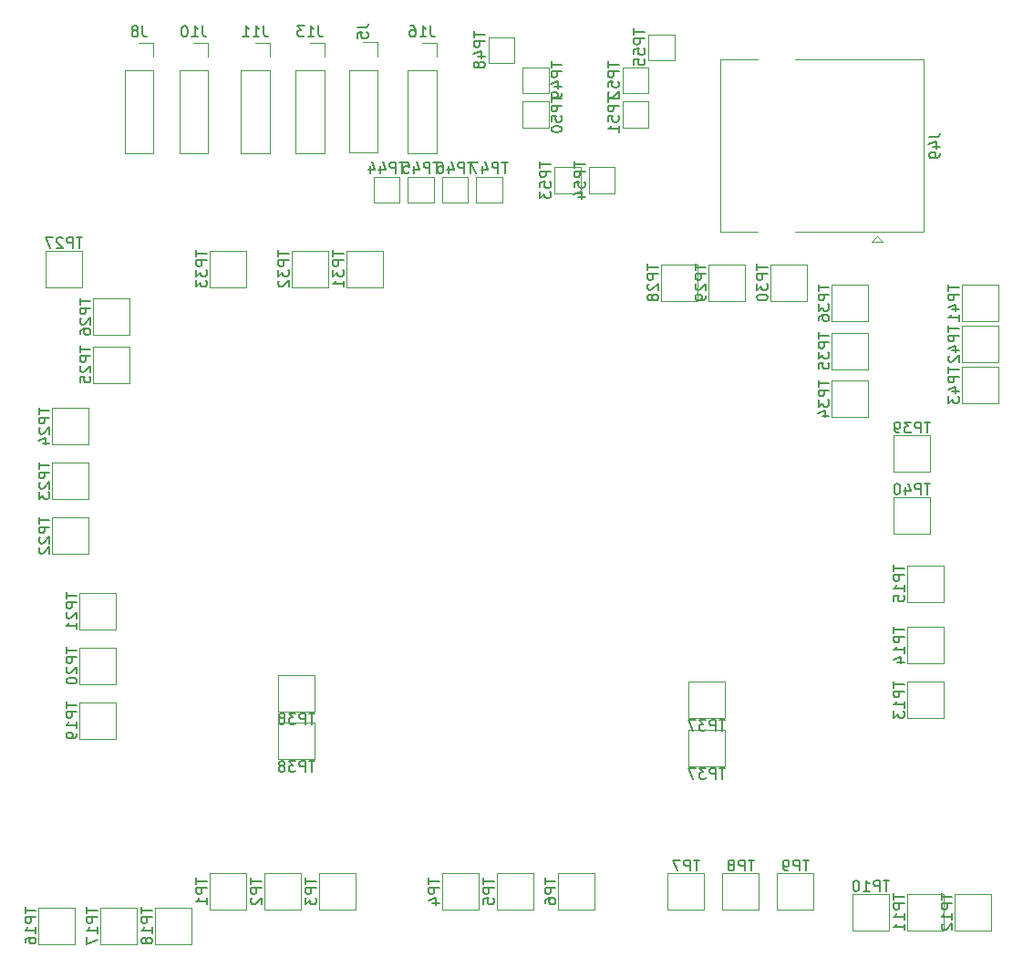
<source format=gbr>
%TF.GenerationSoftware,KiCad,Pcbnew,(5.1.9)-1*%
%TF.CreationDate,2021-04-12T23:14:19+02:00*%
%TF.ProjectId,Version1Male,56657273-696f-46e3-914d-616c652e6b69,rev?*%
%TF.SameCoordinates,Original*%
%TF.FileFunction,Legend,Bot*%
%TF.FilePolarity,Positive*%
%FSLAX46Y46*%
G04 Gerber Fmt 4.6, Leading zero omitted, Abs format (unit mm)*
G04 Created by KiCad (PCBNEW (5.1.9)-1) date 2021-04-12 23:14:19*
%MOMM*%
%LPD*%
G01*
G04 APERTURE LIST*
%ADD10C,0.120000*%
%ADD11C,0.150000*%
G04 APERTURE END LIST*
D10*
%TO.C,TP43*%
X181815000Y-76405000D02*
X181815000Y-79805000D01*
X181815000Y-79805000D02*
X185215000Y-79805000D01*
X185215000Y-79805000D02*
X185215000Y-76405000D01*
X185215000Y-76405000D02*
X181815000Y-76405000D01*
%TO.C,TP42*%
X181815000Y-72595000D02*
X181815000Y-75995000D01*
X181815000Y-75995000D02*
X185215000Y-75995000D01*
X185215000Y-75995000D02*
X185215000Y-72595000D01*
X185215000Y-72595000D02*
X181815000Y-72595000D01*
%TO.C,TP41*%
X181815000Y-68785000D02*
X181815000Y-72185000D01*
X181815000Y-72185000D02*
X185215000Y-72185000D01*
X185215000Y-72185000D02*
X185215000Y-68785000D01*
X185215000Y-68785000D02*
X181815000Y-68785000D01*
%TO.C,TP40*%
X178865000Y-88470000D02*
X175465000Y-88470000D01*
X175465000Y-88470000D02*
X175465000Y-91870000D01*
X175465000Y-91870000D02*
X178865000Y-91870000D01*
X178865000Y-91870000D02*
X178865000Y-88470000D01*
%TO.C,TP39*%
X178865000Y-82755000D02*
X175465000Y-82755000D01*
X175465000Y-82755000D02*
X175465000Y-86155000D01*
X175465000Y-86155000D02*
X178865000Y-86155000D01*
X178865000Y-86155000D02*
X178865000Y-82755000D01*
%TO.C,TP38*%
X118315000Y-108380000D02*
X121715000Y-108380000D01*
X121715000Y-108380000D02*
X121715000Y-104980000D01*
X121715000Y-104980000D02*
X118315000Y-104980000D01*
X118315000Y-104980000D02*
X118315000Y-108380000D01*
X118315000Y-112825000D02*
X121715000Y-112825000D01*
X121715000Y-112825000D02*
X121715000Y-109425000D01*
X121715000Y-109425000D02*
X118315000Y-109425000D01*
X118315000Y-109425000D02*
X118315000Y-112825000D01*
%TO.C,TP37*%
X156415000Y-109015000D02*
X159815000Y-109015000D01*
X159815000Y-109015000D02*
X159815000Y-105615000D01*
X159815000Y-105615000D02*
X156415000Y-105615000D01*
X156415000Y-105615000D02*
X156415000Y-109015000D01*
X156415000Y-113460000D02*
X159815000Y-113460000D01*
X159815000Y-113460000D02*
X159815000Y-110060000D01*
X159815000Y-110060000D02*
X156415000Y-110060000D01*
X156415000Y-110060000D02*
X156415000Y-113460000D01*
%TO.C,TP36*%
X169750000Y-68785000D02*
X169750000Y-72185000D01*
X169750000Y-72185000D02*
X173150000Y-72185000D01*
X173150000Y-72185000D02*
X173150000Y-68785000D01*
X173150000Y-68785000D02*
X169750000Y-68785000D01*
%TO.C,TP35*%
X169750000Y-73230000D02*
X169750000Y-76630000D01*
X169750000Y-76630000D02*
X173150000Y-76630000D01*
X173150000Y-76630000D02*
X173150000Y-73230000D01*
X173150000Y-73230000D02*
X169750000Y-73230000D01*
%TO.C,TP34*%
X169750000Y-77675000D02*
X169750000Y-81075000D01*
X169750000Y-81075000D02*
X173150000Y-81075000D01*
X173150000Y-81075000D02*
X173150000Y-77675000D01*
X173150000Y-77675000D02*
X169750000Y-77675000D01*
%TO.C,TP33*%
X111965000Y-65610000D02*
X111965000Y-69010000D01*
X111965000Y-69010000D02*
X115365000Y-69010000D01*
X115365000Y-69010000D02*
X115365000Y-65610000D01*
X115365000Y-65610000D02*
X111965000Y-65610000D01*
%TO.C,TP32*%
X119585000Y-65610000D02*
X119585000Y-69010000D01*
X119585000Y-69010000D02*
X122985000Y-69010000D01*
X122985000Y-69010000D02*
X122985000Y-65610000D01*
X122985000Y-65610000D02*
X119585000Y-65610000D01*
%TO.C,TP31*%
X124665000Y-65610000D02*
X124665000Y-69010000D01*
X124665000Y-69010000D02*
X128065000Y-69010000D01*
X128065000Y-69010000D02*
X128065000Y-65610000D01*
X128065000Y-65610000D02*
X124665000Y-65610000D01*
%TO.C,TP30*%
X164035000Y-66880000D02*
X164035000Y-70280000D01*
X164035000Y-70280000D02*
X167435000Y-70280000D01*
X167435000Y-70280000D02*
X167435000Y-66880000D01*
X167435000Y-66880000D02*
X164035000Y-66880000D01*
%TO.C,TP29*%
X158320000Y-66880000D02*
X158320000Y-70280000D01*
X158320000Y-70280000D02*
X161720000Y-70280000D01*
X161720000Y-70280000D02*
X161720000Y-66880000D01*
X161720000Y-66880000D02*
X158320000Y-66880000D01*
%TO.C,TP28*%
X153875000Y-66880000D02*
X153875000Y-70280000D01*
X153875000Y-70280000D02*
X157275000Y-70280000D01*
X157275000Y-70280000D02*
X157275000Y-66880000D01*
X157275000Y-66880000D02*
X153875000Y-66880000D01*
%TO.C,TP27*%
X100125000Y-65610000D02*
X96725000Y-65610000D01*
X96725000Y-65610000D02*
X96725000Y-69010000D01*
X96725000Y-69010000D02*
X100125000Y-69010000D01*
X100125000Y-69010000D02*
X100125000Y-65610000D01*
%TO.C,TP26*%
X101170000Y-70055000D02*
X101170000Y-73455000D01*
X101170000Y-73455000D02*
X104570000Y-73455000D01*
X104570000Y-73455000D02*
X104570000Y-70055000D01*
X104570000Y-70055000D02*
X101170000Y-70055000D01*
%TO.C,TP25*%
X101170000Y-74500000D02*
X101170000Y-77900000D01*
X101170000Y-77900000D02*
X104570000Y-77900000D01*
X104570000Y-77900000D02*
X104570000Y-74500000D01*
X104570000Y-74500000D02*
X101170000Y-74500000D01*
%TO.C,TP24*%
X97360000Y-80215000D02*
X97360000Y-83615000D01*
X97360000Y-83615000D02*
X100760000Y-83615000D01*
X100760000Y-83615000D02*
X100760000Y-80215000D01*
X100760000Y-80215000D02*
X97360000Y-80215000D01*
%TO.C,TP23*%
X97360000Y-85295000D02*
X97360000Y-88695000D01*
X97360000Y-88695000D02*
X100760000Y-88695000D01*
X100760000Y-88695000D02*
X100760000Y-85295000D01*
X100760000Y-85295000D02*
X97360000Y-85295000D01*
%TO.C,TP22*%
X97360000Y-90375000D02*
X97360000Y-93775000D01*
X97360000Y-93775000D02*
X100760000Y-93775000D01*
X100760000Y-93775000D02*
X100760000Y-90375000D01*
X100760000Y-90375000D02*
X97360000Y-90375000D01*
%TO.C,TP21*%
X99900000Y-97360000D02*
X99900000Y-100760000D01*
X99900000Y-100760000D02*
X103300000Y-100760000D01*
X103300000Y-100760000D02*
X103300000Y-97360000D01*
X103300000Y-97360000D02*
X99900000Y-97360000D01*
%TO.C,TP20*%
X99900000Y-102440000D02*
X99900000Y-105840000D01*
X99900000Y-105840000D02*
X103300000Y-105840000D01*
X103300000Y-105840000D02*
X103300000Y-102440000D01*
X103300000Y-102440000D02*
X99900000Y-102440000D01*
%TO.C,TP19*%
X99900000Y-107520000D02*
X99900000Y-110920000D01*
X99900000Y-110920000D02*
X103300000Y-110920000D01*
X103300000Y-110920000D02*
X103300000Y-107520000D01*
X103300000Y-107520000D02*
X99900000Y-107520000D01*
%TO.C,TP18*%
X106885000Y-126570000D02*
X106885000Y-129970000D01*
X106885000Y-129970000D02*
X110285000Y-129970000D01*
X110285000Y-129970000D02*
X110285000Y-126570000D01*
X110285000Y-126570000D02*
X106885000Y-126570000D01*
%TO.C,TP17*%
X101805000Y-126570000D02*
X101805000Y-129970000D01*
X101805000Y-129970000D02*
X105205000Y-129970000D01*
X105205000Y-129970000D02*
X105205000Y-126570000D01*
X105205000Y-126570000D02*
X101805000Y-126570000D01*
%TO.C,TP16*%
X96090000Y-126570000D02*
X96090000Y-129970000D01*
X96090000Y-129970000D02*
X99490000Y-129970000D01*
X99490000Y-129970000D02*
X99490000Y-126570000D01*
X99490000Y-126570000D02*
X96090000Y-126570000D01*
%TO.C,TP15*%
X176735000Y-94820000D02*
X176735000Y-98220000D01*
X176735000Y-98220000D02*
X180135000Y-98220000D01*
X180135000Y-98220000D02*
X180135000Y-94820000D01*
X180135000Y-94820000D02*
X176735000Y-94820000D01*
%TO.C,TP14*%
X176735000Y-100535000D02*
X176735000Y-103935000D01*
X176735000Y-103935000D02*
X180135000Y-103935000D01*
X180135000Y-103935000D02*
X180135000Y-100535000D01*
X180135000Y-100535000D02*
X176735000Y-100535000D01*
%TO.C,TP13*%
X176735000Y-105615000D02*
X176735000Y-109015000D01*
X176735000Y-109015000D02*
X180135000Y-109015000D01*
X180135000Y-109015000D02*
X180135000Y-105615000D01*
X180135000Y-105615000D02*
X176735000Y-105615000D01*
%TO.C,TP12*%
X181180000Y-125300000D02*
X181180000Y-128700000D01*
X181180000Y-128700000D02*
X184580000Y-128700000D01*
X184580000Y-128700000D02*
X184580000Y-125300000D01*
X184580000Y-125300000D02*
X181180000Y-125300000D01*
%TO.C,TP11*%
X176735000Y-125300000D02*
X176735000Y-128700000D01*
X176735000Y-128700000D02*
X180135000Y-128700000D01*
X180135000Y-128700000D02*
X180135000Y-125300000D01*
X180135000Y-125300000D02*
X176735000Y-125300000D01*
%TO.C,TP10*%
X175055000Y-125300000D02*
X171655000Y-125300000D01*
X171655000Y-125300000D02*
X171655000Y-128700000D01*
X171655000Y-128700000D02*
X175055000Y-128700000D01*
X175055000Y-128700000D02*
X175055000Y-125300000D01*
%TO.C,TP9*%
X168070000Y-123395000D02*
X164670000Y-123395000D01*
X164670000Y-123395000D02*
X164670000Y-126795000D01*
X164670000Y-126795000D02*
X168070000Y-126795000D01*
X168070000Y-126795000D02*
X168070000Y-123395000D01*
%TO.C,TP8*%
X162990000Y-123395000D02*
X159590000Y-123395000D01*
X159590000Y-123395000D02*
X159590000Y-126795000D01*
X159590000Y-126795000D02*
X162990000Y-126795000D01*
X162990000Y-126795000D02*
X162990000Y-123395000D01*
%TO.C,TP7*%
X157910000Y-123395000D02*
X154510000Y-123395000D01*
X154510000Y-123395000D02*
X154510000Y-126795000D01*
X154510000Y-126795000D02*
X157910000Y-126795000D01*
X157910000Y-126795000D02*
X157910000Y-123395000D01*
%TO.C,TP6*%
X144350000Y-123395000D02*
X144350000Y-126795000D01*
X144350000Y-126795000D02*
X147750000Y-126795000D01*
X147750000Y-126795000D02*
X147750000Y-123395000D01*
X147750000Y-123395000D02*
X144350000Y-123395000D01*
%TO.C,TP5*%
X138635000Y-123395000D02*
X138635000Y-126795000D01*
X138635000Y-126795000D02*
X142035000Y-126795000D01*
X142035000Y-126795000D02*
X142035000Y-123395000D01*
X142035000Y-123395000D02*
X138635000Y-123395000D01*
%TO.C,TP4*%
X133555000Y-123395000D02*
X133555000Y-126795000D01*
X133555000Y-126795000D02*
X136955000Y-126795000D01*
X136955000Y-126795000D02*
X136955000Y-123395000D01*
X136955000Y-123395000D02*
X133555000Y-123395000D01*
%TO.C,TP3*%
X122125000Y-123395000D02*
X122125000Y-126795000D01*
X122125000Y-126795000D02*
X125525000Y-126795000D01*
X125525000Y-126795000D02*
X125525000Y-123395000D01*
X125525000Y-123395000D02*
X122125000Y-123395000D01*
%TO.C,TP2*%
X117045000Y-123395000D02*
X117045000Y-126795000D01*
X117045000Y-126795000D02*
X120445000Y-126795000D01*
X120445000Y-126795000D02*
X120445000Y-123395000D01*
X120445000Y-123395000D02*
X117045000Y-123395000D01*
%TO.C,TP1*%
X111965000Y-123395000D02*
X111965000Y-126795000D01*
X111965000Y-126795000D02*
X115365000Y-126795000D01*
X115365000Y-126795000D02*
X115365000Y-123395000D01*
X115365000Y-123395000D02*
X111965000Y-123395000D01*
%TO.C,TP44*%
X129597000Y-58744000D02*
X127197000Y-58744000D01*
X127197000Y-58744000D02*
X127197000Y-61144000D01*
X127197000Y-61144000D02*
X129597000Y-61144000D01*
X129597000Y-61144000D02*
X129597000Y-58744000D01*
%TO.C,J8*%
X106740000Y-46295000D02*
X105410000Y-46295000D01*
X106740000Y-47625000D02*
X106740000Y-46295000D01*
X106740000Y-48895000D02*
X104080000Y-48895000D01*
X104080000Y-48895000D02*
X104080000Y-56575000D01*
X106740000Y-48895000D02*
X106740000Y-56575000D01*
X106740000Y-56575000D02*
X104080000Y-56575000D01*
%TO.C,J13*%
X122615000Y-46295000D02*
X121285000Y-46295000D01*
X122615000Y-47625000D02*
X122615000Y-46295000D01*
X122615000Y-48895000D02*
X119955000Y-48895000D01*
X119955000Y-48895000D02*
X119955000Y-56575000D01*
X122615000Y-48895000D02*
X122615000Y-56575000D01*
X122615000Y-56575000D02*
X119955000Y-56575000D01*
%TO.C,J11*%
X117535000Y-46295000D02*
X116205000Y-46295000D01*
X117535000Y-47625000D02*
X117535000Y-46295000D01*
X117535000Y-48895000D02*
X114875000Y-48895000D01*
X114875000Y-48895000D02*
X114875000Y-56575000D01*
X117535000Y-48895000D02*
X117535000Y-56575000D01*
X117535000Y-56575000D02*
X114875000Y-56575000D01*
%TO.C,J10*%
X111820000Y-46295000D02*
X110490000Y-46295000D01*
X111820000Y-47625000D02*
X111820000Y-46295000D01*
X111820000Y-48895000D02*
X109160000Y-48895000D01*
X109160000Y-48895000D02*
X109160000Y-56575000D01*
X111820000Y-48895000D02*
X111820000Y-56575000D01*
X111820000Y-56575000D02*
X109160000Y-56575000D01*
%TO.C,J49*%
X162840000Y-63890000D02*
X159400000Y-63890000D01*
X173482000Y-64766000D02*
X173990000Y-64258000D01*
X174498000Y-64766000D02*
X173482000Y-64766000D01*
X173990000Y-64258000D02*
X174498000Y-64766000D01*
X162840000Y-47870000D02*
X159400000Y-47870000D01*
X159400000Y-47870000D02*
X159400000Y-63890000D01*
X178270000Y-63890000D02*
X166340000Y-63890000D01*
X178270000Y-47870000D02*
X178270000Y-63890000D01*
X178270000Y-47870000D02*
X166340000Y-47870000D01*
%TO.C,TP55*%
X155124000Y-45536000D02*
X152724000Y-45536000D01*
X155124000Y-47936000D02*
X155124000Y-45536000D01*
X152724000Y-47936000D02*
X155124000Y-47936000D01*
X152724000Y-45536000D02*
X152724000Y-47936000D01*
%TO.C,TP54*%
X149577243Y-57870483D02*
X147177243Y-57870483D01*
X149577243Y-60270483D02*
X149577243Y-57870483D01*
X147177243Y-60270483D02*
X149577243Y-60270483D01*
X147177243Y-57870483D02*
X147177243Y-60270483D01*
%TO.C,TP53*%
X146402243Y-57870483D02*
X144002243Y-57870483D01*
X146402243Y-60270483D02*
X146402243Y-57870483D01*
X144002243Y-60270483D02*
X146402243Y-60270483D01*
X144002243Y-57870483D02*
X144002243Y-60270483D01*
%TO.C,TP52*%
X152711000Y-48584000D02*
X150311000Y-48584000D01*
X152711000Y-50984000D02*
X152711000Y-48584000D01*
X150311000Y-50984000D02*
X152711000Y-50984000D01*
X150311000Y-48584000D02*
X150311000Y-50984000D01*
%TO.C,TP51*%
X152711000Y-51759000D02*
X150311000Y-51759000D01*
X152711000Y-54159000D02*
X152711000Y-51759000D01*
X150311000Y-54159000D02*
X152711000Y-54159000D01*
X150311000Y-51759000D02*
X150311000Y-54159000D01*
%TO.C,TP50*%
X141040000Y-54159000D02*
X143440000Y-54159000D01*
X141040000Y-51759000D02*
X141040000Y-54159000D01*
X143440000Y-51759000D02*
X141040000Y-51759000D01*
X143440000Y-54159000D02*
X143440000Y-51759000D01*
%TO.C,TP49*%
X141040000Y-50984000D02*
X143440000Y-50984000D01*
X141040000Y-48584000D02*
X141040000Y-50984000D01*
X143440000Y-48584000D02*
X141040000Y-48584000D01*
X143440000Y-50984000D02*
X143440000Y-48584000D01*
%TO.C,TP48*%
X140265000Y-45790000D02*
X137865000Y-45790000D01*
X140265000Y-48190000D02*
X140265000Y-45790000D01*
X137865000Y-48190000D02*
X140265000Y-48190000D01*
X137865000Y-45790000D02*
X137865000Y-48190000D01*
%TO.C,TP47*%
X139122000Y-61144000D02*
X139122000Y-58744000D01*
X136722000Y-61144000D02*
X139122000Y-61144000D01*
X136722000Y-58744000D02*
X136722000Y-61144000D01*
X139122000Y-58744000D02*
X136722000Y-58744000D01*
%TO.C,TP46*%
X135947000Y-61144000D02*
X135947000Y-58744000D01*
X133547000Y-61144000D02*
X135947000Y-61144000D01*
X133547000Y-58744000D02*
X133547000Y-61144000D01*
X135947000Y-58744000D02*
X133547000Y-58744000D01*
%TO.C,TP45*%
X132772000Y-58744000D02*
X130372000Y-58744000D01*
X130372000Y-58744000D02*
X130372000Y-61144000D01*
X130372000Y-61144000D02*
X132772000Y-61144000D01*
X132772000Y-61144000D02*
X132772000Y-58744000D01*
%TO.C,J16*%
X133020000Y-46295000D02*
X131690000Y-46295000D01*
X133020000Y-47625000D02*
X133020000Y-46295000D01*
X133020000Y-48895000D02*
X130360000Y-48895000D01*
X130360000Y-48895000D02*
X130360000Y-56575000D01*
X133020000Y-48895000D02*
X133020000Y-56575000D01*
X133020000Y-56575000D02*
X130360000Y-56575000D01*
%TO.C,J5*%
X127555000Y-46245000D02*
X126225000Y-46245000D01*
X127555000Y-47575000D02*
X127555000Y-46245000D01*
X127555000Y-48845000D02*
X124895000Y-48845000D01*
X124895000Y-48845000D02*
X124895000Y-56525000D01*
X127555000Y-48845000D02*
X127555000Y-56525000D01*
X127555000Y-56525000D02*
X124895000Y-56525000D01*
%TO.C,TP43*%
D11*
X180569380Y-76366904D02*
X180569380Y-76938333D01*
X181569380Y-76652619D02*
X180569380Y-76652619D01*
X181569380Y-77271666D02*
X180569380Y-77271666D01*
X180569380Y-77652619D01*
X180617000Y-77747857D01*
X180664619Y-77795476D01*
X180759857Y-77843095D01*
X180902714Y-77843095D01*
X180997952Y-77795476D01*
X181045571Y-77747857D01*
X181093190Y-77652619D01*
X181093190Y-77271666D01*
X180902714Y-78700238D02*
X181569380Y-78700238D01*
X180521761Y-78462142D02*
X181236047Y-78224047D01*
X181236047Y-78843095D01*
X180569380Y-79128809D02*
X180569380Y-79747857D01*
X180950333Y-79414523D01*
X180950333Y-79557380D01*
X180997952Y-79652619D01*
X181045571Y-79700238D01*
X181140809Y-79747857D01*
X181378904Y-79747857D01*
X181474142Y-79700238D01*
X181521761Y-79652619D01*
X181569380Y-79557380D01*
X181569380Y-79271666D01*
X181521761Y-79176428D01*
X181474142Y-79128809D01*
%TO.C,TP42*%
X180569380Y-72556904D02*
X180569380Y-73128333D01*
X181569380Y-72842619D02*
X180569380Y-72842619D01*
X181569380Y-73461666D02*
X180569380Y-73461666D01*
X180569380Y-73842619D01*
X180617000Y-73937857D01*
X180664619Y-73985476D01*
X180759857Y-74033095D01*
X180902714Y-74033095D01*
X180997952Y-73985476D01*
X181045571Y-73937857D01*
X181093190Y-73842619D01*
X181093190Y-73461666D01*
X180902714Y-74890238D02*
X181569380Y-74890238D01*
X180521761Y-74652142D02*
X181236047Y-74414047D01*
X181236047Y-75033095D01*
X180664619Y-75366428D02*
X180617000Y-75414047D01*
X180569380Y-75509285D01*
X180569380Y-75747380D01*
X180617000Y-75842619D01*
X180664619Y-75890238D01*
X180759857Y-75937857D01*
X180855095Y-75937857D01*
X180997952Y-75890238D01*
X181569380Y-75318809D01*
X181569380Y-75937857D01*
%TO.C,TP41*%
X180569380Y-68746904D02*
X180569380Y-69318333D01*
X181569380Y-69032619D02*
X180569380Y-69032619D01*
X181569380Y-69651666D02*
X180569380Y-69651666D01*
X180569380Y-70032619D01*
X180617000Y-70127857D01*
X180664619Y-70175476D01*
X180759857Y-70223095D01*
X180902714Y-70223095D01*
X180997952Y-70175476D01*
X181045571Y-70127857D01*
X181093190Y-70032619D01*
X181093190Y-69651666D01*
X180902714Y-71080238D02*
X181569380Y-71080238D01*
X180521761Y-70842142D02*
X181236047Y-70604047D01*
X181236047Y-71223095D01*
X181569380Y-72127857D02*
X181569380Y-71556428D01*
X181569380Y-71842142D02*
X180569380Y-71842142D01*
X180712238Y-71746904D01*
X180807476Y-71651666D01*
X180855095Y-71556428D01*
%TO.C,TP40*%
X178903095Y-87224380D02*
X178331666Y-87224380D01*
X178617380Y-88224380D02*
X178617380Y-87224380D01*
X177998333Y-88224380D02*
X177998333Y-87224380D01*
X177617380Y-87224380D01*
X177522142Y-87272000D01*
X177474523Y-87319619D01*
X177426904Y-87414857D01*
X177426904Y-87557714D01*
X177474523Y-87652952D01*
X177522142Y-87700571D01*
X177617380Y-87748190D01*
X177998333Y-87748190D01*
X176569761Y-87557714D02*
X176569761Y-88224380D01*
X176807857Y-87176761D02*
X177045952Y-87891047D01*
X176426904Y-87891047D01*
X175855476Y-87224380D02*
X175760238Y-87224380D01*
X175665000Y-87272000D01*
X175617380Y-87319619D01*
X175569761Y-87414857D01*
X175522142Y-87605333D01*
X175522142Y-87843428D01*
X175569761Y-88033904D01*
X175617380Y-88129142D01*
X175665000Y-88176761D01*
X175760238Y-88224380D01*
X175855476Y-88224380D01*
X175950714Y-88176761D01*
X175998333Y-88129142D01*
X176045952Y-88033904D01*
X176093571Y-87843428D01*
X176093571Y-87605333D01*
X176045952Y-87414857D01*
X175998333Y-87319619D01*
X175950714Y-87272000D01*
X175855476Y-87224380D01*
%TO.C,TP39*%
X178903095Y-81509380D02*
X178331666Y-81509380D01*
X178617380Y-82509380D02*
X178617380Y-81509380D01*
X177998333Y-82509380D02*
X177998333Y-81509380D01*
X177617380Y-81509380D01*
X177522142Y-81557000D01*
X177474523Y-81604619D01*
X177426904Y-81699857D01*
X177426904Y-81842714D01*
X177474523Y-81937952D01*
X177522142Y-81985571D01*
X177617380Y-82033190D01*
X177998333Y-82033190D01*
X177093571Y-81509380D02*
X176474523Y-81509380D01*
X176807857Y-81890333D01*
X176665000Y-81890333D01*
X176569761Y-81937952D01*
X176522142Y-81985571D01*
X176474523Y-82080809D01*
X176474523Y-82318904D01*
X176522142Y-82414142D01*
X176569761Y-82461761D01*
X176665000Y-82509380D01*
X176950714Y-82509380D01*
X177045952Y-82461761D01*
X177093571Y-82414142D01*
X175998333Y-82509380D02*
X175807857Y-82509380D01*
X175712619Y-82461761D01*
X175665000Y-82414142D01*
X175569761Y-82271285D01*
X175522142Y-82080809D01*
X175522142Y-81699857D01*
X175569761Y-81604619D01*
X175617380Y-81557000D01*
X175712619Y-81509380D01*
X175903095Y-81509380D01*
X175998333Y-81557000D01*
X176045952Y-81604619D01*
X176093571Y-81699857D01*
X176093571Y-81937952D01*
X176045952Y-82033190D01*
X175998333Y-82080809D01*
X175903095Y-82128428D01*
X175712619Y-82128428D01*
X175617380Y-82080809D01*
X175569761Y-82033190D01*
X175522142Y-81937952D01*
%TO.C,TP38*%
X121753095Y-108530380D02*
X121181666Y-108530380D01*
X121467380Y-109530380D02*
X121467380Y-108530380D01*
X120848333Y-109530380D02*
X120848333Y-108530380D01*
X120467380Y-108530380D01*
X120372142Y-108578000D01*
X120324523Y-108625619D01*
X120276904Y-108720857D01*
X120276904Y-108863714D01*
X120324523Y-108958952D01*
X120372142Y-109006571D01*
X120467380Y-109054190D01*
X120848333Y-109054190D01*
X119943571Y-108530380D02*
X119324523Y-108530380D01*
X119657857Y-108911333D01*
X119515000Y-108911333D01*
X119419761Y-108958952D01*
X119372142Y-109006571D01*
X119324523Y-109101809D01*
X119324523Y-109339904D01*
X119372142Y-109435142D01*
X119419761Y-109482761D01*
X119515000Y-109530380D01*
X119800714Y-109530380D01*
X119895952Y-109482761D01*
X119943571Y-109435142D01*
X118753095Y-108958952D02*
X118848333Y-108911333D01*
X118895952Y-108863714D01*
X118943571Y-108768476D01*
X118943571Y-108720857D01*
X118895952Y-108625619D01*
X118848333Y-108578000D01*
X118753095Y-108530380D01*
X118562619Y-108530380D01*
X118467380Y-108578000D01*
X118419761Y-108625619D01*
X118372142Y-108720857D01*
X118372142Y-108768476D01*
X118419761Y-108863714D01*
X118467380Y-108911333D01*
X118562619Y-108958952D01*
X118753095Y-108958952D01*
X118848333Y-109006571D01*
X118895952Y-109054190D01*
X118943571Y-109149428D01*
X118943571Y-109339904D01*
X118895952Y-109435142D01*
X118848333Y-109482761D01*
X118753095Y-109530380D01*
X118562619Y-109530380D01*
X118467380Y-109482761D01*
X118419761Y-109435142D01*
X118372142Y-109339904D01*
X118372142Y-109149428D01*
X118419761Y-109054190D01*
X118467380Y-109006571D01*
X118562619Y-108958952D01*
X121753095Y-112975380D02*
X121181666Y-112975380D01*
X121467380Y-113975380D02*
X121467380Y-112975380D01*
X120848333Y-113975380D02*
X120848333Y-112975380D01*
X120467380Y-112975380D01*
X120372142Y-113023000D01*
X120324523Y-113070619D01*
X120276904Y-113165857D01*
X120276904Y-113308714D01*
X120324523Y-113403952D01*
X120372142Y-113451571D01*
X120467380Y-113499190D01*
X120848333Y-113499190D01*
X119943571Y-112975380D02*
X119324523Y-112975380D01*
X119657857Y-113356333D01*
X119515000Y-113356333D01*
X119419761Y-113403952D01*
X119372142Y-113451571D01*
X119324523Y-113546809D01*
X119324523Y-113784904D01*
X119372142Y-113880142D01*
X119419761Y-113927761D01*
X119515000Y-113975380D01*
X119800714Y-113975380D01*
X119895952Y-113927761D01*
X119943571Y-113880142D01*
X118753095Y-113403952D02*
X118848333Y-113356333D01*
X118895952Y-113308714D01*
X118943571Y-113213476D01*
X118943571Y-113165857D01*
X118895952Y-113070619D01*
X118848333Y-113023000D01*
X118753095Y-112975380D01*
X118562619Y-112975380D01*
X118467380Y-113023000D01*
X118419761Y-113070619D01*
X118372142Y-113165857D01*
X118372142Y-113213476D01*
X118419761Y-113308714D01*
X118467380Y-113356333D01*
X118562619Y-113403952D01*
X118753095Y-113403952D01*
X118848333Y-113451571D01*
X118895952Y-113499190D01*
X118943571Y-113594428D01*
X118943571Y-113784904D01*
X118895952Y-113880142D01*
X118848333Y-113927761D01*
X118753095Y-113975380D01*
X118562619Y-113975380D01*
X118467380Y-113927761D01*
X118419761Y-113880142D01*
X118372142Y-113784904D01*
X118372142Y-113594428D01*
X118419761Y-113499190D01*
X118467380Y-113451571D01*
X118562619Y-113403952D01*
%TO.C,TP37*%
X159853095Y-109165380D02*
X159281666Y-109165380D01*
X159567380Y-110165380D02*
X159567380Y-109165380D01*
X158948333Y-110165380D02*
X158948333Y-109165380D01*
X158567380Y-109165380D01*
X158472142Y-109213000D01*
X158424523Y-109260619D01*
X158376904Y-109355857D01*
X158376904Y-109498714D01*
X158424523Y-109593952D01*
X158472142Y-109641571D01*
X158567380Y-109689190D01*
X158948333Y-109689190D01*
X158043571Y-109165380D02*
X157424523Y-109165380D01*
X157757857Y-109546333D01*
X157615000Y-109546333D01*
X157519761Y-109593952D01*
X157472142Y-109641571D01*
X157424523Y-109736809D01*
X157424523Y-109974904D01*
X157472142Y-110070142D01*
X157519761Y-110117761D01*
X157615000Y-110165380D01*
X157900714Y-110165380D01*
X157995952Y-110117761D01*
X158043571Y-110070142D01*
X157091190Y-109165380D02*
X156424523Y-109165380D01*
X156853095Y-110165380D01*
X159853095Y-113610380D02*
X159281666Y-113610380D01*
X159567380Y-114610380D02*
X159567380Y-113610380D01*
X158948333Y-114610380D02*
X158948333Y-113610380D01*
X158567380Y-113610380D01*
X158472142Y-113658000D01*
X158424523Y-113705619D01*
X158376904Y-113800857D01*
X158376904Y-113943714D01*
X158424523Y-114038952D01*
X158472142Y-114086571D01*
X158567380Y-114134190D01*
X158948333Y-114134190D01*
X158043571Y-113610380D02*
X157424523Y-113610380D01*
X157757857Y-113991333D01*
X157615000Y-113991333D01*
X157519761Y-114038952D01*
X157472142Y-114086571D01*
X157424523Y-114181809D01*
X157424523Y-114419904D01*
X157472142Y-114515142D01*
X157519761Y-114562761D01*
X157615000Y-114610380D01*
X157900714Y-114610380D01*
X157995952Y-114562761D01*
X158043571Y-114515142D01*
X157091190Y-113610380D02*
X156424523Y-113610380D01*
X156853095Y-114610380D01*
%TO.C,TP36*%
X168504380Y-68746904D02*
X168504380Y-69318333D01*
X169504380Y-69032619D02*
X168504380Y-69032619D01*
X169504380Y-69651666D02*
X168504380Y-69651666D01*
X168504380Y-70032619D01*
X168552000Y-70127857D01*
X168599619Y-70175476D01*
X168694857Y-70223095D01*
X168837714Y-70223095D01*
X168932952Y-70175476D01*
X168980571Y-70127857D01*
X169028190Y-70032619D01*
X169028190Y-69651666D01*
X168504380Y-70556428D02*
X168504380Y-71175476D01*
X168885333Y-70842142D01*
X168885333Y-70985000D01*
X168932952Y-71080238D01*
X168980571Y-71127857D01*
X169075809Y-71175476D01*
X169313904Y-71175476D01*
X169409142Y-71127857D01*
X169456761Y-71080238D01*
X169504380Y-70985000D01*
X169504380Y-70699285D01*
X169456761Y-70604047D01*
X169409142Y-70556428D01*
X168504380Y-72032619D02*
X168504380Y-71842142D01*
X168552000Y-71746904D01*
X168599619Y-71699285D01*
X168742476Y-71604047D01*
X168932952Y-71556428D01*
X169313904Y-71556428D01*
X169409142Y-71604047D01*
X169456761Y-71651666D01*
X169504380Y-71746904D01*
X169504380Y-71937380D01*
X169456761Y-72032619D01*
X169409142Y-72080238D01*
X169313904Y-72127857D01*
X169075809Y-72127857D01*
X168980571Y-72080238D01*
X168932952Y-72032619D01*
X168885333Y-71937380D01*
X168885333Y-71746904D01*
X168932952Y-71651666D01*
X168980571Y-71604047D01*
X169075809Y-71556428D01*
%TO.C,TP35*%
X168504380Y-73191904D02*
X168504380Y-73763333D01*
X169504380Y-73477619D02*
X168504380Y-73477619D01*
X169504380Y-74096666D02*
X168504380Y-74096666D01*
X168504380Y-74477619D01*
X168552000Y-74572857D01*
X168599619Y-74620476D01*
X168694857Y-74668095D01*
X168837714Y-74668095D01*
X168932952Y-74620476D01*
X168980571Y-74572857D01*
X169028190Y-74477619D01*
X169028190Y-74096666D01*
X168504380Y-75001428D02*
X168504380Y-75620476D01*
X168885333Y-75287142D01*
X168885333Y-75430000D01*
X168932952Y-75525238D01*
X168980571Y-75572857D01*
X169075809Y-75620476D01*
X169313904Y-75620476D01*
X169409142Y-75572857D01*
X169456761Y-75525238D01*
X169504380Y-75430000D01*
X169504380Y-75144285D01*
X169456761Y-75049047D01*
X169409142Y-75001428D01*
X168504380Y-76525238D02*
X168504380Y-76049047D01*
X168980571Y-76001428D01*
X168932952Y-76049047D01*
X168885333Y-76144285D01*
X168885333Y-76382380D01*
X168932952Y-76477619D01*
X168980571Y-76525238D01*
X169075809Y-76572857D01*
X169313904Y-76572857D01*
X169409142Y-76525238D01*
X169456761Y-76477619D01*
X169504380Y-76382380D01*
X169504380Y-76144285D01*
X169456761Y-76049047D01*
X169409142Y-76001428D01*
%TO.C,TP34*%
X168504380Y-77636904D02*
X168504380Y-78208333D01*
X169504380Y-77922619D02*
X168504380Y-77922619D01*
X169504380Y-78541666D02*
X168504380Y-78541666D01*
X168504380Y-78922619D01*
X168552000Y-79017857D01*
X168599619Y-79065476D01*
X168694857Y-79113095D01*
X168837714Y-79113095D01*
X168932952Y-79065476D01*
X168980571Y-79017857D01*
X169028190Y-78922619D01*
X169028190Y-78541666D01*
X168504380Y-79446428D02*
X168504380Y-80065476D01*
X168885333Y-79732142D01*
X168885333Y-79875000D01*
X168932952Y-79970238D01*
X168980571Y-80017857D01*
X169075809Y-80065476D01*
X169313904Y-80065476D01*
X169409142Y-80017857D01*
X169456761Y-79970238D01*
X169504380Y-79875000D01*
X169504380Y-79589285D01*
X169456761Y-79494047D01*
X169409142Y-79446428D01*
X168837714Y-80922619D02*
X169504380Y-80922619D01*
X168456761Y-80684523D02*
X169171047Y-80446428D01*
X169171047Y-81065476D01*
%TO.C,TP33*%
X110719380Y-65571904D02*
X110719380Y-66143333D01*
X111719380Y-65857619D02*
X110719380Y-65857619D01*
X111719380Y-66476666D02*
X110719380Y-66476666D01*
X110719380Y-66857619D01*
X110767000Y-66952857D01*
X110814619Y-67000476D01*
X110909857Y-67048095D01*
X111052714Y-67048095D01*
X111147952Y-67000476D01*
X111195571Y-66952857D01*
X111243190Y-66857619D01*
X111243190Y-66476666D01*
X110719380Y-67381428D02*
X110719380Y-68000476D01*
X111100333Y-67667142D01*
X111100333Y-67810000D01*
X111147952Y-67905238D01*
X111195571Y-67952857D01*
X111290809Y-68000476D01*
X111528904Y-68000476D01*
X111624142Y-67952857D01*
X111671761Y-67905238D01*
X111719380Y-67810000D01*
X111719380Y-67524285D01*
X111671761Y-67429047D01*
X111624142Y-67381428D01*
X110719380Y-68333809D02*
X110719380Y-68952857D01*
X111100333Y-68619523D01*
X111100333Y-68762380D01*
X111147952Y-68857619D01*
X111195571Y-68905238D01*
X111290809Y-68952857D01*
X111528904Y-68952857D01*
X111624142Y-68905238D01*
X111671761Y-68857619D01*
X111719380Y-68762380D01*
X111719380Y-68476666D01*
X111671761Y-68381428D01*
X111624142Y-68333809D01*
%TO.C,TP32*%
X118339380Y-65571904D02*
X118339380Y-66143333D01*
X119339380Y-65857619D02*
X118339380Y-65857619D01*
X119339380Y-66476666D02*
X118339380Y-66476666D01*
X118339380Y-66857619D01*
X118387000Y-66952857D01*
X118434619Y-67000476D01*
X118529857Y-67048095D01*
X118672714Y-67048095D01*
X118767952Y-67000476D01*
X118815571Y-66952857D01*
X118863190Y-66857619D01*
X118863190Y-66476666D01*
X118339380Y-67381428D02*
X118339380Y-68000476D01*
X118720333Y-67667142D01*
X118720333Y-67810000D01*
X118767952Y-67905238D01*
X118815571Y-67952857D01*
X118910809Y-68000476D01*
X119148904Y-68000476D01*
X119244142Y-67952857D01*
X119291761Y-67905238D01*
X119339380Y-67810000D01*
X119339380Y-67524285D01*
X119291761Y-67429047D01*
X119244142Y-67381428D01*
X118434619Y-68381428D02*
X118387000Y-68429047D01*
X118339380Y-68524285D01*
X118339380Y-68762380D01*
X118387000Y-68857619D01*
X118434619Y-68905238D01*
X118529857Y-68952857D01*
X118625095Y-68952857D01*
X118767952Y-68905238D01*
X119339380Y-68333809D01*
X119339380Y-68952857D01*
%TO.C,TP31*%
X123419380Y-65571904D02*
X123419380Y-66143333D01*
X124419380Y-65857619D02*
X123419380Y-65857619D01*
X124419380Y-66476666D02*
X123419380Y-66476666D01*
X123419380Y-66857619D01*
X123467000Y-66952857D01*
X123514619Y-67000476D01*
X123609857Y-67048095D01*
X123752714Y-67048095D01*
X123847952Y-67000476D01*
X123895571Y-66952857D01*
X123943190Y-66857619D01*
X123943190Y-66476666D01*
X123419380Y-67381428D02*
X123419380Y-68000476D01*
X123800333Y-67667142D01*
X123800333Y-67810000D01*
X123847952Y-67905238D01*
X123895571Y-67952857D01*
X123990809Y-68000476D01*
X124228904Y-68000476D01*
X124324142Y-67952857D01*
X124371761Y-67905238D01*
X124419380Y-67810000D01*
X124419380Y-67524285D01*
X124371761Y-67429047D01*
X124324142Y-67381428D01*
X124419380Y-68952857D02*
X124419380Y-68381428D01*
X124419380Y-68667142D02*
X123419380Y-68667142D01*
X123562238Y-68571904D01*
X123657476Y-68476666D01*
X123705095Y-68381428D01*
%TO.C,TP30*%
X162789380Y-66841904D02*
X162789380Y-67413333D01*
X163789380Y-67127619D02*
X162789380Y-67127619D01*
X163789380Y-67746666D02*
X162789380Y-67746666D01*
X162789380Y-68127619D01*
X162837000Y-68222857D01*
X162884619Y-68270476D01*
X162979857Y-68318095D01*
X163122714Y-68318095D01*
X163217952Y-68270476D01*
X163265571Y-68222857D01*
X163313190Y-68127619D01*
X163313190Y-67746666D01*
X162789380Y-68651428D02*
X162789380Y-69270476D01*
X163170333Y-68937142D01*
X163170333Y-69080000D01*
X163217952Y-69175238D01*
X163265571Y-69222857D01*
X163360809Y-69270476D01*
X163598904Y-69270476D01*
X163694142Y-69222857D01*
X163741761Y-69175238D01*
X163789380Y-69080000D01*
X163789380Y-68794285D01*
X163741761Y-68699047D01*
X163694142Y-68651428D01*
X162789380Y-69889523D02*
X162789380Y-69984761D01*
X162837000Y-70080000D01*
X162884619Y-70127619D01*
X162979857Y-70175238D01*
X163170333Y-70222857D01*
X163408428Y-70222857D01*
X163598904Y-70175238D01*
X163694142Y-70127619D01*
X163741761Y-70080000D01*
X163789380Y-69984761D01*
X163789380Y-69889523D01*
X163741761Y-69794285D01*
X163694142Y-69746666D01*
X163598904Y-69699047D01*
X163408428Y-69651428D01*
X163170333Y-69651428D01*
X162979857Y-69699047D01*
X162884619Y-69746666D01*
X162837000Y-69794285D01*
X162789380Y-69889523D01*
%TO.C,TP29*%
X157074380Y-66841904D02*
X157074380Y-67413333D01*
X158074380Y-67127619D02*
X157074380Y-67127619D01*
X158074380Y-67746666D02*
X157074380Y-67746666D01*
X157074380Y-68127619D01*
X157122000Y-68222857D01*
X157169619Y-68270476D01*
X157264857Y-68318095D01*
X157407714Y-68318095D01*
X157502952Y-68270476D01*
X157550571Y-68222857D01*
X157598190Y-68127619D01*
X157598190Y-67746666D01*
X157169619Y-68699047D02*
X157122000Y-68746666D01*
X157074380Y-68841904D01*
X157074380Y-69080000D01*
X157122000Y-69175238D01*
X157169619Y-69222857D01*
X157264857Y-69270476D01*
X157360095Y-69270476D01*
X157502952Y-69222857D01*
X158074380Y-68651428D01*
X158074380Y-69270476D01*
X158074380Y-69746666D02*
X158074380Y-69937142D01*
X158026761Y-70032380D01*
X157979142Y-70080000D01*
X157836285Y-70175238D01*
X157645809Y-70222857D01*
X157264857Y-70222857D01*
X157169619Y-70175238D01*
X157122000Y-70127619D01*
X157074380Y-70032380D01*
X157074380Y-69841904D01*
X157122000Y-69746666D01*
X157169619Y-69699047D01*
X157264857Y-69651428D01*
X157502952Y-69651428D01*
X157598190Y-69699047D01*
X157645809Y-69746666D01*
X157693428Y-69841904D01*
X157693428Y-70032380D01*
X157645809Y-70127619D01*
X157598190Y-70175238D01*
X157502952Y-70222857D01*
%TO.C,TP28*%
X152629380Y-66841904D02*
X152629380Y-67413333D01*
X153629380Y-67127619D02*
X152629380Y-67127619D01*
X153629380Y-67746666D02*
X152629380Y-67746666D01*
X152629380Y-68127619D01*
X152677000Y-68222857D01*
X152724619Y-68270476D01*
X152819857Y-68318095D01*
X152962714Y-68318095D01*
X153057952Y-68270476D01*
X153105571Y-68222857D01*
X153153190Y-68127619D01*
X153153190Y-67746666D01*
X152724619Y-68699047D02*
X152677000Y-68746666D01*
X152629380Y-68841904D01*
X152629380Y-69080000D01*
X152677000Y-69175238D01*
X152724619Y-69222857D01*
X152819857Y-69270476D01*
X152915095Y-69270476D01*
X153057952Y-69222857D01*
X153629380Y-68651428D01*
X153629380Y-69270476D01*
X153057952Y-69841904D02*
X153010333Y-69746666D01*
X152962714Y-69699047D01*
X152867476Y-69651428D01*
X152819857Y-69651428D01*
X152724619Y-69699047D01*
X152677000Y-69746666D01*
X152629380Y-69841904D01*
X152629380Y-70032380D01*
X152677000Y-70127619D01*
X152724619Y-70175238D01*
X152819857Y-70222857D01*
X152867476Y-70222857D01*
X152962714Y-70175238D01*
X153010333Y-70127619D01*
X153057952Y-70032380D01*
X153057952Y-69841904D01*
X153105571Y-69746666D01*
X153153190Y-69699047D01*
X153248428Y-69651428D01*
X153438904Y-69651428D01*
X153534142Y-69699047D01*
X153581761Y-69746666D01*
X153629380Y-69841904D01*
X153629380Y-70032380D01*
X153581761Y-70127619D01*
X153534142Y-70175238D01*
X153438904Y-70222857D01*
X153248428Y-70222857D01*
X153153190Y-70175238D01*
X153105571Y-70127619D01*
X153057952Y-70032380D01*
%TO.C,TP27*%
X100163095Y-64364380D02*
X99591666Y-64364380D01*
X99877380Y-65364380D02*
X99877380Y-64364380D01*
X99258333Y-65364380D02*
X99258333Y-64364380D01*
X98877380Y-64364380D01*
X98782142Y-64412000D01*
X98734523Y-64459619D01*
X98686904Y-64554857D01*
X98686904Y-64697714D01*
X98734523Y-64792952D01*
X98782142Y-64840571D01*
X98877380Y-64888190D01*
X99258333Y-64888190D01*
X98305952Y-64459619D02*
X98258333Y-64412000D01*
X98163095Y-64364380D01*
X97925000Y-64364380D01*
X97829761Y-64412000D01*
X97782142Y-64459619D01*
X97734523Y-64554857D01*
X97734523Y-64650095D01*
X97782142Y-64792952D01*
X98353571Y-65364380D01*
X97734523Y-65364380D01*
X97401190Y-64364380D02*
X96734523Y-64364380D01*
X97163095Y-65364380D01*
%TO.C,TP26*%
X99924380Y-70016904D02*
X99924380Y-70588333D01*
X100924380Y-70302619D02*
X99924380Y-70302619D01*
X100924380Y-70921666D02*
X99924380Y-70921666D01*
X99924380Y-71302619D01*
X99972000Y-71397857D01*
X100019619Y-71445476D01*
X100114857Y-71493095D01*
X100257714Y-71493095D01*
X100352952Y-71445476D01*
X100400571Y-71397857D01*
X100448190Y-71302619D01*
X100448190Y-70921666D01*
X100019619Y-71874047D02*
X99972000Y-71921666D01*
X99924380Y-72016904D01*
X99924380Y-72255000D01*
X99972000Y-72350238D01*
X100019619Y-72397857D01*
X100114857Y-72445476D01*
X100210095Y-72445476D01*
X100352952Y-72397857D01*
X100924380Y-71826428D01*
X100924380Y-72445476D01*
X99924380Y-73302619D02*
X99924380Y-73112142D01*
X99972000Y-73016904D01*
X100019619Y-72969285D01*
X100162476Y-72874047D01*
X100352952Y-72826428D01*
X100733904Y-72826428D01*
X100829142Y-72874047D01*
X100876761Y-72921666D01*
X100924380Y-73016904D01*
X100924380Y-73207380D01*
X100876761Y-73302619D01*
X100829142Y-73350238D01*
X100733904Y-73397857D01*
X100495809Y-73397857D01*
X100400571Y-73350238D01*
X100352952Y-73302619D01*
X100305333Y-73207380D01*
X100305333Y-73016904D01*
X100352952Y-72921666D01*
X100400571Y-72874047D01*
X100495809Y-72826428D01*
%TO.C,TP25*%
X99924380Y-74461904D02*
X99924380Y-75033333D01*
X100924380Y-74747619D02*
X99924380Y-74747619D01*
X100924380Y-75366666D02*
X99924380Y-75366666D01*
X99924380Y-75747619D01*
X99972000Y-75842857D01*
X100019619Y-75890476D01*
X100114857Y-75938095D01*
X100257714Y-75938095D01*
X100352952Y-75890476D01*
X100400571Y-75842857D01*
X100448190Y-75747619D01*
X100448190Y-75366666D01*
X100019619Y-76319047D02*
X99972000Y-76366666D01*
X99924380Y-76461904D01*
X99924380Y-76700000D01*
X99972000Y-76795238D01*
X100019619Y-76842857D01*
X100114857Y-76890476D01*
X100210095Y-76890476D01*
X100352952Y-76842857D01*
X100924380Y-76271428D01*
X100924380Y-76890476D01*
X99924380Y-77795238D02*
X99924380Y-77319047D01*
X100400571Y-77271428D01*
X100352952Y-77319047D01*
X100305333Y-77414285D01*
X100305333Y-77652380D01*
X100352952Y-77747619D01*
X100400571Y-77795238D01*
X100495809Y-77842857D01*
X100733904Y-77842857D01*
X100829142Y-77795238D01*
X100876761Y-77747619D01*
X100924380Y-77652380D01*
X100924380Y-77414285D01*
X100876761Y-77319047D01*
X100829142Y-77271428D01*
%TO.C,TP24*%
X96114380Y-80176904D02*
X96114380Y-80748333D01*
X97114380Y-80462619D02*
X96114380Y-80462619D01*
X97114380Y-81081666D02*
X96114380Y-81081666D01*
X96114380Y-81462619D01*
X96162000Y-81557857D01*
X96209619Y-81605476D01*
X96304857Y-81653095D01*
X96447714Y-81653095D01*
X96542952Y-81605476D01*
X96590571Y-81557857D01*
X96638190Y-81462619D01*
X96638190Y-81081666D01*
X96209619Y-82034047D02*
X96162000Y-82081666D01*
X96114380Y-82176904D01*
X96114380Y-82415000D01*
X96162000Y-82510238D01*
X96209619Y-82557857D01*
X96304857Y-82605476D01*
X96400095Y-82605476D01*
X96542952Y-82557857D01*
X97114380Y-81986428D01*
X97114380Y-82605476D01*
X96447714Y-83462619D02*
X97114380Y-83462619D01*
X96066761Y-83224523D02*
X96781047Y-82986428D01*
X96781047Y-83605476D01*
%TO.C,TP23*%
X96114380Y-85256904D02*
X96114380Y-85828333D01*
X97114380Y-85542619D02*
X96114380Y-85542619D01*
X97114380Y-86161666D02*
X96114380Y-86161666D01*
X96114380Y-86542619D01*
X96162000Y-86637857D01*
X96209619Y-86685476D01*
X96304857Y-86733095D01*
X96447714Y-86733095D01*
X96542952Y-86685476D01*
X96590571Y-86637857D01*
X96638190Y-86542619D01*
X96638190Y-86161666D01*
X96209619Y-87114047D02*
X96162000Y-87161666D01*
X96114380Y-87256904D01*
X96114380Y-87495000D01*
X96162000Y-87590238D01*
X96209619Y-87637857D01*
X96304857Y-87685476D01*
X96400095Y-87685476D01*
X96542952Y-87637857D01*
X97114380Y-87066428D01*
X97114380Y-87685476D01*
X96114380Y-88018809D02*
X96114380Y-88637857D01*
X96495333Y-88304523D01*
X96495333Y-88447380D01*
X96542952Y-88542619D01*
X96590571Y-88590238D01*
X96685809Y-88637857D01*
X96923904Y-88637857D01*
X97019142Y-88590238D01*
X97066761Y-88542619D01*
X97114380Y-88447380D01*
X97114380Y-88161666D01*
X97066761Y-88066428D01*
X97019142Y-88018809D01*
%TO.C,TP22*%
X96114380Y-90336904D02*
X96114380Y-90908333D01*
X97114380Y-90622619D02*
X96114380Y-90622619D01*
X97114380Y-91241666D02*
X96114380Y-91241666D01*
X96114380Y-91622619D01*
X96162000Y-91717857D01*
X96209619Y-91765476D01*
X96304857Y-91813095D01*
X96447714Y-91813095D01*
X96542952Y-91765476D01*
X96590571Y-91717857D01*
X96638190Y-91622619D01*
X96638190Y-91241666D01*
X96209619Y-92194047D02*
X96162000Y-92241666D01*
X96114380Y-92336904D01*
X96114380Y-92575000D01*
X96162000Y-92670238D01*
X96209619Y-92717857D01*
X96304857Y-92765476D01*
X96400095Y-92765476D01*
X96542952Y-92717857D01*
X97114380Y-92146428D01*
X97114380Y-92765476D01*
X96209619Y-93146428D02*
X96162000Y-93194047D01*
X96114380Y-93289285D01*
X96114380Y-93527380D01*
X96162000Y-93622619D01*
X96209619Y-93670238D01*
X96304857Y-93717857D01*
X96400095Y-93717857D01*
X96542952Y-93670238D01*
X97114380Y-93098809D01*
X97114380Y-93717857D01*
%TO.C,TP21*%
X98654380Y-97321904D02*
X98654380Y-97893333D01*
X99654380Y-97607619D02*
X98654380Y-97607619D01*
X99654380Y-98226666D02*
X98654380Y-98226666D01*
X98654380Y-98607619D01*
X98702000Y-98702857D01*
X98749619Y-98750476D01*
X98844857Y-98798095D01*
X98987714Y-98798095D01*
X99082952Y-98750476D01*
X99130571Y-98702857D01*
X99178190Y-98607619D01*
X99178190Y-98226666D01*
X98749619Y-99179047D02*
X98702000Y-99226666D01*
X98654380Y-99321904D01*
X98654380Y-99560000D01*
X98702000Y-99655238D01*
X98749619Y-99702857D01*
X98844857Y-99750476D01*
X98940095Y-99750476D01*
X99082952Y-99702857D01*
X99654380Y-99131428D01*
X99654380Y-99750476D01*
X99654380Y-100702857D02*
X99654380Y-100131428D01*
X99654380Y-100417142D02*
X98654380Y-100417142D01*
X98797238Y-100321904D01*
X98892476Y-100226666D01*
X98940095Y-100131428D01*
%TO.C,TP20*%
X98654380Y-102401904D02*
X98654380Y-102973333D01*
X99654380Y-102687619D02*
X98654380Y-102687619D01*
X99654380Y-103306666D02*
X98654380Y-103306666D01*
X98654380Y-103687619D01*
X98702000Y-103782857D01*
X98749619Y-103830476D01*
X98844857Y-103878095D01*
X98987714Y-103878095D01*
X99082952Y-103830476D01*
X99130571Y-103782857D01*
X99178190Y-103687619D01*
X99178190Y-103306666D01*
X98749619Y-104259047D02*
X98702000Y-104306666D01*
X98654380Y-104401904D01*
X98654380Y-104640000D01*
X98702000Y-104735238D01*
X98749619Y-104782857D01*
X98844857Y-104830476D01*
X98940095Y-104830476D01*
X99082952Y-104782857D01*
X99654380Y-104211428D01*
X99654380Y-104830476D01*
X98654380Y-105449523D02*
X98654380Y-105544761D01*
X98702000Y-105640000D01*
X98749619Y-105687619D01*
X98844857Y-105735238D01*
X99035333Y-105782857D01*
X99273428Y-105782857D01*
X99463904Y-105735238D01*
X99559142Y-105687619D01*
X99606761Y-105640000D01*
X99654380Y-105544761D01*
X99654380Y-105449523D01*
X99606761Y-105354285D01*
X99559142Y-105306666D01*
X99463904Y-105259047D01*
X99273428Y-105211428D01*
X99035333Y-105211428D01*
X98844857Y-105259047D01*
X98749619Y-105306666D01*
X98702000Y-105354285D01*
X98654380Y-105449523D01*
%TO.C,TP19*%
X98654380Y-107481904D02*
X98654380Y-108053333D01*
X99654380Y-107767619D02*
X98654380Y-107767619D01*
X99654380Y-108386666D02*
X98654380Y-108386666D01*
X98654380Y-108767619D01*
X98702000Y-108862857D01*
X98749619Y-108910476D01*
X98844857Y-108958095D01*
X98987714Y-108958095D01*
X99082952Y-108910476D01*
X99130571Y-108862857D01*
X99178190Y-108767619D01*
X99178190Y-108386666D01*
X99654380Y-109910476D02*
X99654380Y-109339047D01*
X99654380Y-109624761D02*
X98654380Y-109624761D01*
X98797238Y-109529523D01*
X98892476Y-109434285D01*
X98940095Y-109339047D01*
X99654380Y-110386666D02*
X99654380Y-110577142D01*
X99606761Y-110672380D01*
X99559142Y-110720000D01*
X99416285Y-110815238D01*
X99225809Y-110862857D01*
X98844857Y-110862857D01*
X98749619Y-110815238D01*
X98702000Y-110767619D01*
X98654380Y-110672380D01*
X98654380Y-110481904D01*
X98702000Y-110386666D01*
X98749619Y-110339047D01*
X98844857Y-110291428D01*
X99082952Y-110291428D01*
X99178190Y-110339047D01*
X99225809Y-110386666D01*
X99273428Y-110481904D01*
X99273428Y-110672380D01*
X99225809Y-110767619D01*
X99178190Y-110815238D01*
X99082952Y-110862857D01*
%TO.C,TP18*%
X105639380Y-126531904D02*
X105639380Y-127103333D01*
X106639380Y-126817619D02*
X105639380Y-126817619D01*
X106639380Y-127436666D02*
X105639380Y-127436666D01*
X105639380Y-127817619D01*
X105687000Y-127912857D01*
X105734619Y-127960476D01*
X105829857Y-128008095D01*
X105972714Y-128008095D01*
X106067952Y-127960476D01*
X106115571Y-127912857D01*
X106163190Y-127817619D01*
X106163190Y-127436666D01*
X106639380Y-128960476D02*
X106639380Y-128389047D01*
X106639380Y-128674761D02*
X105639380Y-128674761D01*
X105782238Y-128579523D01*
X105877476Y-128484285D01*
X105925095Y-128389047D01*
X106067952Y-129531904D02*
X106020333Y-129436666D01*
X105972714Y-129389047D01*
X105877476Y-129341428D01*
X105829857Y-129341428D01*
X105734619Y-129389047D01*
X105687000Y-129436666D01*
X105639380Y-129531904D01*
X105639380Y-129722380D01*
X105687000Y-129817619D01*
X105734619Y-129865238D01*
X105829857Y-129912857D01*
X105877476Y-129912857D01*
X105972714Y-129865238D01*
X106020333Y-129817619D01*
X106067952Y-129722380D01*
X106067952Y-129531904D01*
X106115571Y-129436666D01*
X106163190Y-129389047D01*
X106258428Y-129341428D01*
X106448904Y-129341428D01*
X106544142Y-129389047D01*
X106591761Y-129436666D01*
X106639380Y-129531904D01*
X106639380Y-129722380D01*
X106591761Y-129817619D01*
X106544142Y-129865238D01*
X106448904Y-129912857D01*
X106258428Y-129912857D01*
X106163190Y-129865238D01*
X106115571Y-129817619D01*
X106067952Y-129722380D01*
%TO.C,TP17*%
X100559380Y-126531904D02*
X100559380Y-127103333D01*
X101559380Y-126817619D02*
X100559380Y-126817619D01*
X101559380Y-127436666D02*
X100559380Y-127436666D01*
X100559380Y-127817619D01*
X100607000Y-127912857D01*
X100654619Y-127960476D01*
X100749857Y-128008095D01*
X100892714Y-128008095D01*
X100987952Y-127960476D01*
X101035571Y-127912857D01*
X101083190Y-127817619D01*
X101083190Y-127436666D01*
X101559380Y-128960476D02*
X101559380Y-128389047D01*
X101559380Y-128674761D02*
X100559380Y-128674761D01*
X100702238Y-128579523D01*
X100797476Y-128484285D01*
X100845095Y-128389047D01*
X100559380Y-129293809D02*
X100559380Y-129960476D01*
X101559380Y-129531904D01*
%TO.C,TP16*%
X94844380Y-126531904D02*
X94844380Y-127103333D01*
X95844380Y-126817619D02*
X94844380Y-126817619D01*
X95844380Y-127436666D02*
X94844380Y-127436666D01*
X94844380Y-127817619D01*
X94892000Y-127912857D01*
X94939619Y-127960476D01*
X95034857Y-128008095D01*
X95177714Y-128008095D01*
X95272952Y-127960476D01*
X95320571Y-127912857D01*
X95368190Y-127817619D01*
X95368190Y-127436666D01*
X95844380Y-128960476D02*
X95844380Y-128389047D01*
X95844380Y-128674761D02*
X94844380Y-128674761D01*
X94987238Y-128579523D01*
X95082476Y-128484285D01*
X95130095Y-128389047D01*
X94844380Y-129817619D02*
X94844380Y-129627142D01*
X94892000Y-129531904D01*
X94939619Y-129484285D01*
X95082476Y-129389047D01*
X95272952Y-129341428D01*
X95653904Y-129341428D01*
X95749142Y-129389047D01*
X95796761Y-129436666D01*
X95844380Y-129531904D01*
X95844380Y-129722380D01*
X95796761Y-129817619D01*
X95749142Y-129865238D01*
X95653904Y-129912857D01*
X95415809Y-129912857D01*
X95320571Y-129865238D01*
X95272952Y-129817619D01*
X95225333Y-129722380D01*
X95225333Y-129531904D01*
X95272952Y-129436666D01*
X95320571Y-129389047D01*
X95415809Y-129341428D01*
%TO.C,TP15*%
X175489380Y-94781904D02*
X175489380Y-95353333D01*
X176489380Y-95067619D02*
X175489380Y-95067619D01*
X176489380Y-95686666D02*
X175489380Y-95686666D01*
X175489380Y-96067619D01*
X175537000Y-96162857D01*
X175584619Y-96210476D01*
X175679857Y-96258095D01*
X175822714Y-96258095D01*
X175917952Y-96210476D01*
X175965571Y-96162857D01*
X176013190Y-96067619D01*
X176013190Y-95686666D01*
X176489380Y-97210476D02*
X176489380Y-96639047D01*
X176489380Y-96924761D02*
X175489380Y-96924761D01*
X175632238Y-96829523D01*
X175727476Y-96734285D01*
X175775095Y-96639047D01*
X175489380Y-98115238D02*
X175489380Y-97639047D01*
X175965571Y-97591428D01*
X175917952Y-97639047D01*
X175870333Y-97734285D01*
X175870333Y-97972380D01*
X175917952Y-98067619D01*
X175965571Y-98115238D01*
X176060809Y-98162857D01*
X176298904Y-98162857D01*
X176394142Y-98115238D01*
X176441761Y-98067619D01*
X176489380Y-97972380D01*
X176489380Y-97734285D01*
X176441761Y-97639047D01*
X176394142Y-97591428D01*
%TO.C,TP14*%
X175489380Y-100496904D02*
X175489380Y-101068333D01*
X176489380Y-100782619D02*
X175489380Y-100782619D01*
X176489380Y-101401666D02*
X175489380Y-101401666D01*
X175489380Y-101782619D01*
X175537000Y-101877857D01*
X175584619Y-101925476D01*
X175679857Y-101973095D01*
X175822714Y-101973095D01*
X175917952Y-101925476D01*
X175965571Y-101877857D01*
X176013190Y-101782619D01*
X176013190Y-101401666D01*
X176489380Y-102925476D02*
X176489380Y-102354047D01*
X176489380Y-102639761D02*
X175489380Y-102639761D01*
X175632238Y-102544523D01*
X175727476Y-102449285D01*
X175775095Y-102354047D01*
X175822714Y-103782619D02*
X176489380Y-103782619D01*
X175441761Y-103544523D02*
X176156047Y-103306428D01*
X176156047Y-103925476D01*
%TO.C,TP13*%
X175489380Y-105576904D02*
X175489380Y-106148333D01*
X176489380Y-105862619D02*
X175489380Y-105862619D01*
X176489380Y-106481666D02*
X175489380Y-106481666D01*
X175489380Y-106862619D01*
X175537000Y-106957857D01*
X175584619Y-107005476D01*
X175679857Y-107053095D01*
X175822714Y-107053095D01*
X175917952Y-107005476D01*
X175965571Y-106957857D01*
X176013190Y-106862619D01*
X176013190Y-106481666D01*
X176489380Y-108005476D02*
X176489380Y-107434047D01*
X176489380Y-107719761D02*
X175489380Y-107719761D01*
X175632238Y-107624523D01*
X175727476Y-107529285D01*
X175775095Y-107434047D01*
X175489380Y-108338809D02*
X175489380Y-108957857D01*
X175870333Y-108624523D01*
X175870333Y-108767380D01*
X175917952Y-108862619D01*
X175965571Y-108910238D01*
X176060809Y-108957857D01*
X176298904Y-108957857D01*
X176394142Y-108910238D01*
X176441761Y-108862619D01*
X176489380Y-108767380D01*
X176489380Y-108481666D01*
X176441761Y-108386428D01*
X176394142Y-108338809D01*
%TO.C,TP12*%
X179934380Y-125261904D02*
X179934380Y-125833333D01*
X180934380Y-125547619D02*
X179934380Y-125547619D01*
X180934380Y-126166666D02*
X179934380Y-126166666D01*
X179934380Y-126547619D01*
X179982000Y-126642857D01*
X180029619Y-126690476D01*
X180124857Y-126738095D01*
X180267714Y-126738095D01*
X180362952Y-126690476D01*
X180410571Y-126642857D01*
X180458190Y-126547619D01*
X180458190Y-126166666D01*
X180934380Y-127690476D02*
X180934380Y-127119047D01*
X180934380Y-127404761D02*
X179934380Y-127404761D01*
X180077238Y-127309523D01*
X180172476Y-127214285D01*
X180220095Y-127119047D01*
X180029619Y-128071428D02*
X179982000Y-128119047D01*
X179934380Y-128214285D01*
X179934380Y-128452380D01*
X179982000Y-128547619D01*
X180029619Y-128595238D01*
X180124857Y-128642857D01*
X180220095Y-128642857D01*
X180362952Y-128595238D01*
X180934380Y-128023809D01*
X180934380Y-128642857D01*
%TO.C,TP11*%
X175489380Y-125261904D02*
X175489380Y-125833333D01*
X176489380Y-125547619D02*
X175489380Y-125547619D01*
X176489380Y-126166666D02*
X175489380Y-126166666D01*
X175489380Y-126547619D01*
X175537000Y-126642857D01*
X175584619Y-126690476D01*
X175679857Y-126738095D01*
X175822714Y-126738095D01*
X175917952Y-126690476D01*
X175965571Y-126642857D01*
X176013190Y-126547619D01*
X176013190Y-126166666D01*
X176489380Y-127690476D02*
X176489380Y-127119047D01*
X176489380Y-127404761D02*
X175489380Y-127404761D01*
X175632238Y-127309523D01*
X175727476Y-127214285D01*
X175775095Y-127119047D01*
X176489380Y-128642857D02*
X176489380Y-128071428D01*
X176489380Y-128357142D02*
X175489380Y-128357142D01*
X175632238Y-128261904D01*
X175727476Y-128166666D01*
X175775095Y-128071428D01*
%TO.C,TP10*%
X175093095Y-124054380D02*
X174521666Y-124054380D01*
X174807380Y-125054380D02*
X174807380Y-124054380D01*
X174188333Y-125054380D02*
X174188333Y-124054380D01*
X173807380Y-124054380D01*
X173712142Y-124102000D01*
X173664523Y-124149619D01*
X173616904Y-124244857D01*
X173616904Y-124387714D01*
X173664523Y-124482952D01*
X173712142Y-124530571D01*
X173807380Y-124578190D01*
X174188333Y-124578190D01*
X172664523Y-125054380D02*
X173235952Y-125054380D01*
X172950238Y-125054380D02*
X172950238Y-124054380D01*
X173045476Y-124197238D01*
X173140714Y-124292476D01*
X173235952Y-124340095D01*
X172045476Y-124054380D02*
X171950238Y-124054380D01*
X171855000Y-124102000D01*
X171807380Y-124149619D01*
X171759761Y-124244857D01*
X171712142Y-124435333D01*
X171712142Y-124673428D01*
X171759761Y-124863904D01*
X171807380Y-124959142D01*
X171855000Y-125006761D01*
X171950238Y-125054380D01*
X172045476Y-125054380D01*
X172140714Y-125006761D01*
X172188333Y-124959142D01*
X172235952Y-124863904D01*
X172283571Y-124673428D01*
X172283571Y-124435333D01*
X172235952Y-124244857D01*
X172188333Y-124149619D01*
X172140714Y-124102000D01*
X172045476Y-124054380D01*
%TO.C,TP9*%
X167631904Y-122149380D02*
X167060476Y-122149380D01*
X167346190Y-123149380D02*
X167346190Y-122149380D01*
X166727142Y-123149380D02*
X166727142Y-122149380D01*
X166346190Y-122149380D01*
X166250952Y-122197000D01*
X166203333Y-122244619D01*
X166155714Y-122339857D01*
X166155714Y-122482714D01*
X166203333Y-122577952D01*
X166250952Y-122625571D01*
X166346190Y-122673190D01*
X166727142Y-122673190D01*
X165679523Y-123149380D02*
X165489047Y-123149380D01*
X165393809Y-123101761D01*
X165346190Y-123054142D01*
X165250952Y-122911285D01*
X165203333Y-122720809D01*
X165203333Y-122339857D01*
X165250952Y-122244619D01*
X165298571Y-122197000D01*
X165393809Y-122149380D01*
X165584285Y-122149380D01*
X165679523Y-122197000D01*
X165727142Y-122244619D01*
X165774761Y-122339857D01*
X165774761Y-122577952D01*
X165727142Y-122673190D01*
X165679523Y-122720809D01*
X165584285Y-122768428D01*
X165393809Y-122768428D01*
X165298571Y-122720809D01*
X165250952Y-122673190D01*
X165203333Y-122577952D01*
%TO.C,TP8*%
X162551904Y-122149380D02*
X161980476Y-122149380D01*
X162266190Y-123149380D02*
X162266190Y-122149380D01*
X161647142Y-123149380D02*
X161647142Y-122149380D01*
X161266190Y-122149380D01*
X161170952Y-122197000D01*
X161123333Y-122244619D01*
X161075714Y-122339857D01*
X161075714Y-122482714D01*
X161123333Y-122577952D01*
X161170952Y-122625571D01*
X161266190Y-122673190D01*
X161647142Y-122673190D01*
X160504285Y-122577952D02*
X160599523Y-122530333D01*
X160647142Y-122482714D01*
X160694761Y-122387476D01*
X160694761Y-122339857D01*
X160647142Y-122244619D01*
X160599523Y-122197000D01*
X160504285Y-122149380D01*
X160313809Y-122149380D01*
X160218571Y-122197000D01*
X160170952Y-122244619D01*
X160123333Y-122339857D01*
X160123333Y-122387476D01*
X160170952Y-122482714D01*
X160218571Y-122530333D01*
X160313809Y-122577952D01*
X160504285Y-122577952D01*
X160599523Y-122625571D01*
X160647142Y-122673190D01*
X160694761Y-122768428D01*
X160694761Y-122958904D01*
X160647142Y-123054142D01*
X160599523Y-123101761D01*
X160504285Y-123149380D01*
X160313809Y-123149380D01*
X160218571Y-123101761D01*
X160170952Y-123054142D01*
X160123333Y-122958904D01*
X160123333Y-122768428D01*
X160170952Y-122673190D01*
X160218571Y-122625571D01*
X160313809Y-122577952D01*
%TO.C,TP7*%
X157471904Y-122149380D02*
X156900476Y-122149380D01*
X157186190Y-123149380D02*
X157186190Y-122149380D01*
X156567142Y-123149380D02*
X156567142Y-122149380D01*
X156186190Y-122149380D01*
X156090952Y-122197000D01*
X156043333Y-122244619D01*
X155995714Y-122339857D01*
X155995714Y-122482714D01*
X156043333Y-122577952D01*
X156090952Y-122625571D01*
X156186190Y-122673190D01*
X156567142Y-122673190D01*
X155662380Y-122149380D02*
X154995714Y-122149380D01*
X155424285Y-123149380D01*
%TO.C,TP6*%
X143104380Y-123833095D02*
X143104380Y-124404523D01*
X144104380Y-124118809D02*
X143104380Y-124118809D01*
X144104380Y-124737857D02*
X143104380Y-124737857D01*
X143104380Y-125118809D01*
X143152000Y-125214047D01*
X143199619Y-125261666D01*
X143294857Y-125309285D01*
X143437714Y-125309285D01*
X143532952Y-125261666D01*
X143580571Y-125214047D01*
X143628190Y-125118809D01*
X143628190Y-124737857D01*
X143104380Y-126166428D02*
X143104380Y-125975952D01*
X143152000Y-125880714D01*
X143199619Y-125833095D01*
X143342476Y-125737857D01*
X143532952Y-125690238D01*
X143913904Y-125690238D01*
X144009142Y-125737857D01*
X144056761Y-125785476D01*
X144104380Y-125880714D01*
X144104380Y-126071190D01*
X144056761Y-126166428D01*
X144009142Y-126214047D01*
X143913904Y-126261666D01*
X143675809Y-126261666D01*
X143580571Y-126214047D01*
X143532952Y-126166428D01*
X143485333Y-126071190D01*
X143485333Y-125880714D01*
X143532952Y-125785476D01*
X143580571Y-125737857D01*
X143675809Y-125690238D01*
%TO.C,TP5*%
X137389380Y-123833095D02*
X137389380Y-124404523D01*
X138389380Y-124118809D02*
X137389380Y-124118809D01*
X138389380Y-124737857D02*
X137389380Y-124737857D01*
X137389380Y-125118809D01*
X137437000Y-125214047D01*
X137484619Y-125261666D01*
X137579857Y-125309285D01*
X137722714Y-125309285D01*
X137817952Y-125261666D01*
X137865571Y-125214047D01*
X137913190Y-125118809D01*
X137913190Y-124737857D01*
X137389380Y-126214047D02*
X137389380Y-125737857D01*
X137865571Y-125690238D01*
X137817952Y-125737857D01*
X137770333Y-125833095D01*
X137770333Y-126071190D01*
X137817952Y-126166428D01*
X137865571Y-126214047D01*
X137960809Y-126261666D01*
X138198904Y-126261666D01*
X138294142Y-126214047D01*
X138341761Y-126166428D01*
X138389380Y-126071190D01*
X138389380Y-125833095D01*
X138341761Y-125737857D01*
X138294142Y-125690238D01*
%TO.C,TP4*%
X132309380Y-123833095D02*
X132309380Y-124404523D01*
X133309380Y-124118809D02*
X132309380Y-124118809D01*
X133309380Y-124737857D02*
X132309380Y-124737857D01*
X132309380Y-125118809D01*
X132357000Y-125214047D01*
X132404619Y-125261666D01*
X132499857Y-125309285D01*
X132642714Y-125309285D01*
X132737952Y-125261666D01*
X132785571Y-125214047D01*
X132833190Y-125118809D01*
X132833190Y-124737857D01*
X132642714Y-126166428D02*
X133309380Y-126166428D01*
X132261761Y-125928333D02*
X132976047Y-125690238D01*
X132976047Y-126309285D01*
%TO.C,TP3*%
X120879380Y-123833095D02*
X120879380Y-124404523D01*
X121879380Y-124118809D02*
X120879380Y-124118809D01*
X121879380Y-124737857D02*
X120879380Y-124737857D01*
X120879380Y-125118809D01*
X120927000Y-125214047D01*
X120974619Y-125261666D01*
X121069857Y-125309285D01*
X121212714Y-125309285D01*
X121307952Y-125261666D01*
X121355571Y-125214047D01*
X121403190Y-125118809D01*
X121403190Y-124737857D01*
X120879380Y-125642619D02*
X120879380Y-126261666D01*
X121260333Y-125928333D01*
X121260333Y-126071190D01*
X121307952Y-126166428D01*
X121355571Y-126214047D01*
X121450809Y-126261666D01*
X121688904Y-126261666D01*
X121784142Y-126214047D01*
X121831761Y-126166428D01*
X121879380Y-126071190D01*
X121879380Y-125785476D01*
X121831761Y-125690238D01*
X121784142Y-125642619D01*
%TO.C,TP2*%
X115799380Y-123833095D02*
X115799380Y-124404523D01*
X116799380Y-124118809D02*
X115799380Y-124118809D01*
X116799380Y-124737857D02*
X115799380Y-124737857D01*
X115799380Y-125118809D01*
X115847000Y-125214047D01*
X115894619Y-125261666D01*
X115989857Y-125309285D01*
X116132714Y-125309285D01*
X116227952Y-125261666D01*
X116275571Y-125214047D01*
X116323190Y-125118809D01*
X116323190Y-124737857D01*
X115894619Y-125690238D02*
X115847000Y-125737857D01*
X115799380Y-125833095D01*
X115799380Y-126071190D01*
X115847000Y-126166428D01*
X115894619Y-126214047D01*
X115989857Y-126261666D01*
X116085095Y-126261666D01*
X116227952Y-126214047D01*
X116799380Y-125642619D01*
X116799380Y-126261666D01*
%TO.C,TP1*%
X110719380Y-123833095D02*
X110719380Y-124404523D01*
X111719380Y-124118809D02*
X110719380Y-124118809D01*
X111719380Y-124737857D02*
X110719380Y-124737857D01*
X110719380Y-125118809D01*
X110767000Y-125214047D01*
X110814619Y-125261666D01*
X110909857Y-125309285D01*
X111052714Y-125309285D01*
X111147952Y-125261666D01*
X111195571Y-125214047D01*
X111243190Y-125118809D01*
X111243190Y-124737857D01*
X111719380Y-126261666D02*
X111719380Y-125690238D01*
X111719380Y-125975952D02*
X110719380Y-125975952D01*
X110862238Y-125880714D01*
X110957476Y-125785476D01*
X111005095Y-125690238D01*
%TO.C,TP44*%
X130135095Y-57398380D02*
X129563666Y-57398380D01*
X129849380Y-58398380D02*
X129849380Y-57398380D01*
X129230333Y-58398380D02*
X129230333Y-57398380D01*
X128849380Y-57398380D01*
X128754142Y-57446000D01*
X128706523Y-57493619D01*
X128658904Y-57588857D01*
X128658904Y-57731714D01*
X128706523Y-57826952D01*
X128754142Y-57874571D01*
X128849380Y-57922190D01*
X129230333Y-57922190D01*
X127801761Y-57731714D02*
X127801761Y-58398380D01*
X128039857Y-57350761D02*
X128277952Y-58065047D01*
X127658904Y-58065047D01*
X126849380Y-57731714D02*
X126849380Y-58398380D01*
X127087476Y-57350761D02*
X127325571Y-58065047D01*
X126706523Y-58065047D01*
%TO.C,J8*%
X105743333Y-44747380D02*
X105743333Y-45461666D01*
X105790952Y-45604523D01*
X105886190Y-45699761D01*
X106029047Y-45747380D01*
X106124285Y-45747380D01*
X105124285Y-45175952D02*
X105219523Y-45128333D01*
X105267142Y-45080714D01*
X105314761Y-44985476D01*
X105314761Y-44937857D01*
X105267142Y-44842619D01*
X105219523Y-44795000D01*
X105124285Y-44747380D01*
X104933809Y-44747380D01*
X104838571Y-44795000D01*
X104790952Y-44842619D01*
X104743333Y-44937857D01*
X104743333Y-44985476D01*
X104790952Y-45080714D01*
X104838571Y-45128333D01*
X104933809Y-45175952D01*
X105124285Y-45175952D01*
X105219523Y-45223571D01*
X105267142Y-45271190D01*
X105314761Y-45366428D01*
X105314761Y-45556904D01*
X105267142Y-45652142D01*
X105219523Y-45699761D01*
X105124285Y-45747380D01*
X104933809Y-45747380D01*
X104838571Y-45699761D01*
X104790952Y-45652142D01*
X104743333Y-45556904D01*
X104743333Y-45366428D01*
X104790952Y-45271190D01*
X104838571Y-45223571D01*
X104933809Y-45175952D01*
%TO.C,J13*%
X122094523Y-44747380D02*
X122094523Y-45461666D01*
X122142142Y-45604523D01*
X122237380Y-45699761D01*
X122380238Y-45747380D01*
X122475476Y-45747380D01*
X121094523Y-45747380D02*
X121665952Y-45747380D01*
X121380238Y-45747380D02*
X121380238Y-44747380D01*
X121475476Y-44890238D01*
X121570714Y-44985476D01*
X121665952Y-45033095D01*
X120761190Y-44747380D02*
X120142142Y-44747380D01*
X120475476Y-45128333D01*
X120332619Y-45128333D01*
X120237380Y-45175952D01*
X120189761Y-45223571D01*
X120142142Y-45318809D01*
X120142142Y-45556904D01*
X120189761Y-45652142D01*
X120237380Y-45699761D01*
X120332619Y-45747380D01*
X120618333Y-45747380D01*
X120713571Y-45699761D01*
X120761190Y-45652142D01*
%TO.C,J11*%
X117014523Y-44747380D02*
X117014523Y-45461666D01*
X117062142Y-45604523D01*
X117157380Y-45699761D01*
X117300238Y-45747380D01*
X117395476Y-45747380D01*
X116014523Y-45747380D02*
X116585952Y-45747380D01*
X116300238Y-45747380D02*
X116300238Y-44747380D01*
X116395476Y-44890238D01*
X116490714Y-44985476D01*
X116585952Y-45033095D01*
X115062142Y-45747380D02*
X115633571Y-45747380D01*
X115347857Y-45747380D02*
X115347857Y-44747380D01*
X115443095Y-44890238D01*
X115538333Y-44985476D01*
X115633571Y-45033095D01*
%TO.C,J10*%
X111299523Y-44747380D02*
X111299523Y-45461666D01*
X111347142Y-45604523D01*
X111442380Y-45699761D01*
X111585238Y-45747380D01*
X111680476Y-45747380D01*
X110299523Y-45747380D02*
X110870952Y-45747380D01*
X110585238Y-45747380D02*
X110585238Y-44747380D01*
X110680476Y-44890238D01*
X110775714Y-44985476D01*
X110870952Y-45033095D01*
X109680476Y-44747380D02*
X109585238Y-44747380D01*
X109490000Y-44795000D01*
X109442380Y-44842619D01*
X109394761Y-44937857D01*
X109347142Y-45128333D01*
X109347142Y-45366428D01*
X109394761Y-45556904D01*
X109442380Y-45652142D01*
X109490000Y-45699761D01*
X109585238Y-45747380D01*
X109680476Y-45747380D01*
X109775714Y-45699761D01*
X109823333Y-45652142D01*
X109870952Y-45556904D01*
X109918571Y-45366428D01*
X109918571Y-45128333D01*
X109870952Y-44937857D01*
X109823333Y-44842619D01*
X109775714Y-44795000D01*
X109680476Y-44747380D01*
%TO.C,J49*%
X178782380Y-55070476D02*
X179496666Y-55070476D01*
X179639523Y-55022857D01*
X179734761Y-54927619D01*
X179782380Y-54784761D01*
X179782380Y-54689523D01*
X179115714Y-55975238D02*
X179782380Y-55975238D01*
X178734761Y-55737142D02*
X179449047Y-55499047D01*
X179449047Y-56118095D01*
X179782380Y-56546666D02*
X179782380Y-56737142D01*
X179734761Y-56832380D01*
X179687142Y-56880000D01*
X179544285Y-56975238D01*
X179353809Y-57022857D01*
X178972857Y-57022857D01*
X178877619Y-56975238D01*
X178830000Y-56927619D01*
X178782380Y-56832380D01*
X178782380Y-56641904D01*
X178830000Y-56546666D01*
X178877619Y-56499047D01*
X178972857Y-56451428D01*
X179210952Y-56451428D01*
X179306190Y-56499047D01*
X179353809Y-56546666D01*
X179401428Y-56641904D01*
X179401428Y-56832380D01*
X179353809Y-56927619D01*
X179306190Y-56975238D01*
X179210952Y-57022857D01*
%TO.C,TP55*%
X151378380Y-44997904D02*
X151378380Y-45569333D01*
X152378380Y-45283619D02*
X151378380Y-45283619D01*
X152378380Y-45902666D02*
X151378380Y-45902666D01*
X151378380Y-46283619D01*
X151426000Y-46378857D01*
X151473619Y-46426476D01*
X151568857Y-46474095D01*
X151711714Y-46474095D01*
X151806952Y-46426476D01*
X151854571Y-46378857D01*
X151902190Y-46283619D01*
X151902190Y-45902666D01*
X151378380Y-47378857D02*
X151378380Y-46902666D01*
X151854571Y-46855047D01*
X151806952Y-46902666D01*
X151759333Y-46997904D01*
X151759333Y-47236000D01*
X151806952Y-47331238D01*
X151854571Y-47378857D01*
X151949809Y-47426476D01*
X152187904Y-47426476D01*
X152283142Y-47378857D01*
X152330761Y-47331238D01*
X152378380Y-47236000D01*
X152378380Y-46997904D01*
X152330761Y-46902666D01*
X152283142Y-46855047D01*
X151378380Y-48331238D02*
X151378380Y-47855047D01*
X151854571Y-47807428D01*
X151806952Y-47855047D01*
X151759333Y-47950285D01*
X151759333Y-48188380D01*
X151806952Y-48283619D01*
X151854571Y-48331238D01*
X151949809Y-48378857D01*
X152187904Y-48378857D01*
X152283142Y-48331238D01*
X152330761Y-48283619D01*
X152378380Y-48188380D01*
X152378380Y-47950285D01*
X152330761Y-47855047D01*
X152283142Y-47807428D01*
%TO.C,TP54*%
X145831623Y-57332387D02*
X145831623Y-57903816D01*
X146831623Y-57618102D02*
X145831623Y-57618102D01*
X146831623Y-58237149D02*
X145831623Y-58237149D01*
X145831623Y-58618102D01*
X145879243Y-58713340D01*
X145926862Y-58760959D01*
X146022100Y-58808578D01*
X146164957Y-58808578D01*
X146260195Y-58760959D01*
X146307814Y-58713340D01*
X146355433Y-58618102D01*
X146355433Y-58237149D01*
X145831623Y-59713340D02*
X145831623Y-59237149D01*
X146307814Y-59189530D01*
X146260195Y-59237149D01*
X146212576Y-59332387D01*
X146212576Y-59570483D01*
X146260195Y-59665721D01*
X146307814Y-59713340D01*
X146403052Y-59760959D01*
X146641147Y-59760959D01*
X146736385Y-59713340D01*
X146784004Y-59665721D01*
X146831623Y-59570483D01*
X146831623Y-59332387D01*
X146784004Y-59237149D01*
X146736385Y-59189530D01*
X146164957Y-60618102D02*
X146831623Y-60618102D01*
X145784004Y-60380006D02*
X146498290Y-60141911D01*
X146498290Y-60760959D01*
%TO.C,TP53*%
X142656623Y-57332387D02*
X142656623Y-57903816D01*
X143656623Y-57618102D02*
X142656623Y-57618102D01*
X143656623Y-58237149D02*
X142656623Y-58237149D01*
X142656623Y-58618102D01*
X142704243Y-58713340D01*
X142751862Y-58760959D01*
X142847100Y-58808578D01*
X142989957Y-58808578D01*
X143085195Y-58760959D01*
X143132814Y-58713340D01*
X143180433Y-58618102D01*
X143180433Y-58237149D01*
X142656623Y-59713340D02*
X142656623Y-59237149D01*
X143132814Y-59189530D01*
X143085195Y-59237149D01*
X143037576Y-59332387D01*
X143037576Y-59570483D01*
X143085195Y-59665721D01*
X143132814Y-59713340D01*
X143228052Y-59760959D01*
X143466147Y-59760959D01*
X143561385Y-59713340D01*
X143609004Y-59665721D01*
X143656623Y-59570483D01*
X143656623Y-59332387D01*
X143609004Y-59237149D01*
X143561385Y-59189530D01*
X142656623Y-60094292D02*
X142656623Y-60713340D01*
X143037576Y-60380006D01*
X143037576Y-60522863D01*
X143085195Y-60618102D01*
X143132814Y-60665721D01*
X143228052Y-60713340D01*
X143466147Y-60713340D01*
X143561385Y-60665721D01*
X143609004Y-60618102D01*
X143656623Y-60522863D01*
X143656623Y-60237149D01*
X143609004Y-60141911D01*
X143561385Y-60094292D01*
%TO.C,TP52*%
X148965380Y-48045904D02*
X148965380Y-48617333D01*
X149965380Y-48331619D02*
X148965380Y-48331619D01*
X149965380Y-48950666D02*
X148965380Y-48950666D01*
X148965380Y-49331619D01*
X149013000Y-49426857D01*
X149060619Y-49474476D01*
X149155857Y-49522095D01*
X149298714Y-49522095D01*
X149393952Y-49474476D01*
X149441571Y-49426857D01*
X149489190Y-49331619D01*
X149489190Y-48950666D01*
X148965380Y-50426857D02*
X148965380Y-49950666D01*
X149441571Y-49903047D01*
X149393952Y-49950666D01*
X149346333Y-50045904D01*
X149346333Y-50284000D01*
X149393952Y-50379238D01*
X149441571Y-50426857D01*
X149536809Y-50474476D01*
X149774904Y-50474476D01*
X149870142Y-50426857D01*
X149917761Y-50379238D01*
X149965380Y-50284000D01*
X149965380Y-50045904D01*
X149917761Y-49950666D01*
X149870142Y-49903047D01*
X149060619Y-50855428D02*
X149013000Y-50903047D01*
X148965380Y-50998285D01*
X148965380Y-51236380D01*
X149013000Y-51331619D01*
X149060619Y-51379238D01*
X149155857Y-51426857D01*
X149251095Y-51426857D01*
X149393952Y-51379238D01*
X149965380Y-50807809D01*
X149965380Y-51426857D01*
%TO.C,TP51*%
X148965380Y-51220904D02*
X148965380Y-51792333D01*
X149965380Y-51506619D02*
X148965380Y-51506619D01*
X149965380Y-52125666D02*
X148965380Y-52125666D01*
X148965380Y-52506619D01*
X149013000Y-52601857D01*
X149060619Y-52649476D01*
X149155857Y-52697095D01*
X149298714Y-52697095D01*
X149393952Y-52649476D01*
X149441571Y-52601857D01*
X149489190Y-52506619D01*
X149489190Y-52125666D01*
X148965380Y-53601857D02*
X148965380Y-53125666D01*
X149441571Y-53078047D01*
X149393952Y-53125666D01*
X149346333Y-53220904D01*
X149346333Y-53459000D01*
X149393952Y-53554238D01*
X149441571Y-53601857D01*
X149536809Y-53649476D01*
X149774904Y-53649476D01*
X149870142Y-53601857D01*
X149917761Y-53554238D01*
X149965380Y-53459000D01*
X149965380Y-53220904D01*
X149917761Y-53125666D01*
X149870142Y-53078047D01*
X149965380Y-54601857D02*
X149965380Y-54030428D01*
X149965380Y-54316142D02*
X148965380Y-54316142D01*
X149108238Y-54220904D01*
X149203476Y-54125666D01*
X149251095Y-54030428D01*
%TO.C,TP50*%
X143690380Y-51220904D02*
X143690380Y-51792333D01*
X144690380Y-51506619D02*
X143690380Y-51506619D01*
X144690380Y-52125666D02*
X143690380Y-52125666D01*
X143690380Y-52506619D01*
X143738000Y-52601857D01*
X143785619Y-52649476D01*
X143880857Y-52697095D01*
X144023714Y-52697095D01*
X144118952Y-52649476D01*
X144166571Y-52601857D01*
X144214190Y-52506619D01*
X144214190Y-52125666D01*
X143690380Y-53601857D02*
X143690380Y-53125666D01*
X144166571Y-53078047D01*
X144118952Y-53125666D01*
X144071333Y-53220904D01*
X144071333Y-53459000D01*
X144118952Y-53554238D01*
X144166571Y-53601857D01*
X144261809Y-53649476D01*
X144499904Y-53649476D01*
X144595142Y-53601857D01*
X144642761Y-53554238D01*
X144690380Y-53459000D01*
X144690380Y-53220904D01*
X144642761Y-53125666D01*
X144595142Y-53078047D01*
X143690380Y-54268523D02*
X143690380Y-54363761D01*
X143738000Y-54459000D01*
X143785619Y-54506619D01*
X143880857Y-54554238D01*
X144071333Y-54601857D01*
X144309428Y-54601857D01*
X144499904Y-54554238D01*
X144595142Y-54506619D01*
X144642761Y-54459000D01*
X144690380Y-54363761D01*
X144690380Y-54268523D01*
X144642761Y-54173285D01*
X144595142Y-54125666D01*
X144499904Y-54078047D01*
X144309428Y-54030428D01*
X144071333Y-54030428D01*
X143880857Y-54078047D01*
X143785619Y-54125666D01*
X143738000Y-54173285D01*
X143690380Y-54268523D01*
%TO.C,TP49*%
X143690380Y-48045904D02*
X143690380Y-48617333D01*
X144690380Y-48331619D02*
X143690380Y-48331619D01*
X144690380Y-48950666D02*
X143690380Y-48950666D01*
X143690380Y-49331619D01*
X143738000Y-49426857D01*
X143785619Y-49474476D01*
X143880857Y-49522095D01*
X144023714Y-49522095D01*
X144118952Y-49474476D01*
X144166571Y-49426857D01*
X144214190Y-49331619D01*
X144214190Y-48950666D01*
X144023714Y-50379238D02*
X144690380Y-50379238D01*
X143642761Y-50141142D02*
X144357047Y-49903047D01*
X144357047Y-50522095D01*
X144690380Y-50950666D02*
X144690380Y-51141142D01*
X144642761Y-51236380D01*
X144595142Y-51284000D01*
X144452285Y-51379238D01*
X144261809Y-51426857D01*
X143880857Y-51426857D01*
X143785619Y-51379238D01*
X143738000Y-51331619D01*
X143690380Y-51236380D01*
X143690380Y-51045904D01*
X143738000Y-50950666D01*
X143785619Y-50903047D01*
X143880857Y-50855428D01*
X144118952Y-50855428D01*
X144214190Y-50903047D01*
X144261809Y-50950666D01*
X144309428Y-51045904D01*
X144309428Y-51236380D01*
X144261809Y-51331619D01*
X144214190Y-51379238D01*
X144118952Y-51426857D01*
%TO.C,TP48*%
X136519380Y-45251904D02*
X136519380Y-45823333D01*
X137519380Y-45537619D02*
X136519380Y-45537619D01*
X137519380Y-46156666D02*
X136519380Y-46156666D01*
X136519380Y-46537619D01*
X136567000Y-46632857D01*
X136614619Y-46680476D01*
X136709857Y-46728095D01*
X136852714Y-46728095D01*
X136947952Y-46680476D01*
X136995571Y-46632857D01*
X137043190Y-46537619D01*
X137043190Y-46156666D01*
X136852714Y-47585238D02*
X137519380Y-47585238D01*
X136471761Y-47347142D02*
X137186047Y-47109047D01*
X137186047Y-47728095D01*
X136947952Y-48251904D02*
X136900333Y-48156666D01*
X136852714Y-48109047D01*
X136757476Y-48061428D01*
X136709857Y-48061428D01*
X136614619Y-48109047D01*
X136567000Y-48156666D01*
X136519380Y-48251904D01*
X136519380Y-48442380D01*
X136567000Y-48537619D01*
X136614619Y-48585238D01*
X136709857Y-48632857D01*
X136757476Y-48632857D01*
X136852714Y-48585238D01*
X136900333Y-48537619D01*
X136947952Y-48442380D01*
X136947952Y-48251904D01*
X136995571Y-48156666D01*
X137043190Y-48109047D01*
X137138428Y-48061428D01*
X137328904Y-48061428D01*
X137424142Y-48109047D01*
X137471761Y-48156666D01*
X137519380Y-48251904D01*
X137519380Y-48442380D01*
X137471761Y-48537619D01*
X137424142Y-48585238D01*
X137328904Y-48632857D01*
X137138428Y-48632857D01*
X137043190Y-48585238D01*
X136995571Y-48537619D01*
X136947952Y-48442380D01*
%TO.C,TP47*%
X139660095Y-57398380D02*
X139088666Y-57398380D01*
X139374380Y-58398380D02*
X139374380Y-57398380D01*
X138755333Y-58398380D02*
X138755333Y-57398380D01*
X138374380Y-57398380D01*
X138279142Y-57446000D01*
X138231523Y-57493619D01*
X138183904Y-57588857D01*
X138183904Y-57731714D01*
X138231523Y-57826952D01*
X138279142Y-57874571D01*
X138374380Y-57922190D01*
X138755333Y-57922190D01*
X137326761Y-57731714D02*
X137326761Y-58398380D01*
X137564857Y-57350761D02*
X137802952Y-58065047D01*
X137183904Y-58065047D01*
X136898190Y-57398380D02*
X136231523Y-57398380D01*
X136660095Y-58398380D01*
%TO.C,TP46*%
X136485095Y-57398380D02*
X135913666Y-57398380D01*
X136199380Y-58398380D02*
X136199380Y-57398380D01*
X135580333Y-58398380D02*
X135580333Y-57398380D01*
X135199380Y-57398380D01*
X135104142Y-57446000D01*
X135056523Y-57493619D01*
X135008904Y-57588857D01*
X135008904Y-57731714D01*
X135056523Y-57826952D01*
X135104142Y-57874571D01*
X135199380Y-57922190D01*
X135580333Y-57922190D01*
X134151761Y-57731714D02*
X134151761Y-58398380D01*
X134389857Y-57350761D02*
X134627952Y-58065047D01*
X134008904Y-58065047D01*
X133199380Y-57398380D02*
X133389857Y-57398380D01*
X133485095Y-57446000D01*
X133532714Y-57493619D01*
X133627952Y-57636476D01*
X133675571Y-57826952D01*
X133675571Y-58207904D01*
X133627952Y-58303142D01*
X133580333Y-58350761D01*
X133485095Y-58398380D01*
X133294619Y-58398380D01*
X133199380Y-58350761D01*
X133151761Y-58303142D01*
X133104142Y-58207904D01*
X133104142Y-57969809D01*
X133151761Y-57874571D01*
X133199380Y-57826952D01*
X133294619Y-57779333D01*
X133485095Y-57779333D01*
X133580333Y-57826952D01*
X133627952Y-57874571D01*
X133675571Y-57969809D01*
%TO.C,TP45*%
X133310095Y-57398380D02*
X132738666Y-57398380D01*
X133024380Y-58398380D02*
X133024380Y-57398380D01*
X132405333Y-58398380D02*
X132405333Y-57398380D01*
X132024380Y-57398380D01*
X131929142Y-57446000D01*
X131881523Y-57493619D01*
X131833904Y-57588857D01*
X131833904Y-57731714D01*
X131881523Y-57826952D01*
X131929142Y-57874571D01*
X132024380Y-57922190D01*
X132405333Y-57922190D01*
X130976761Y-57731714D02*
X130976761Y-58398380D01*
X131214857Y-57350761D02*
X131452952Y-58065047D01*
X130833904Y-58065047D01*
X129976761Y-57398380D02*
X130452952Y-57398380D01*
X130500571Y-57874571D01*
X130452952Y-57826952D01*
X130357714Y-57779333D01*
X130119619Y-57779333D01*
X130024380Y-57826952D01*
X129976761Y-57874571D01*
X129929142Y-57969809D01*
X129929142Y-58207904D01*
X129976761Y-58303142D01*
X130024380Y-58350761D01*
X130119619Y-58398380D01*
X130357714Y-58398380D01*
X130452952Y-58350761D01*
X130500571Y-58303142D01*
%TO.C,J16*%
X132499523Y-44747380D02*
X132499523Y-45461666D01*
X132547142Y-45604523D01*
X132642380Y-45699761D01*
X132785238Y-45747380D01*
X132880476Y-45747380D01*
X131499523Y-45747380D02*
X132070952Y-45747380D01*
X131785238Y-45747380D02*
X131785238Y-44747380D01*
X131880476Y-44890238D01*
X131975714Y-44985476D01*
X132070952Y-45033095D01*
X130642380Y-44747380D02*
X130832857Y-44747380D01*
X130928095Y-44795000D01*
X130975714Y-44842619D01*
X131070952Y-44985476D01*
X131118571Y-45175952D01*
X131118571Y-45556904D01*
X131070952Y-45652142D01*
X131023333Y-45699761D01*
X130928095Y-45747380D01*
X130737619Y-45747380D01*
X130642380Y-45699761D01*
X130594761Y-45652142D01*
X130547142Y-45556904D01*
X130547142Y-45318809D01*
X130594761Y-45223571D01*
X130642380Y-45175952D01*
X130737619Y-45128333D01*
X130928095Y-45128333D01*
X131023333Y-45175952D01*
X131070952Y-45223571D01*
X131118571Y-45318809D01*
%TO.C,J5*%
X125677380Y-44911666D02*
X126391666Y-44911666D01*
X126534523Y-44864047D01*
X126629761Y-44768809D01*
X126677380Y-44625952D01*
X126677380Y-44530714D01*
X125677380Y-45864047D02*
X125677380Y-45387857D01*
X126153571Y-45340238D01*
X126105952Y-45387857D01*
X126058333Y-45483095D01*
X126058333Y-45721190D01*
X126105952Y-45816428D01*
X126153571Y-45864047D01*
X126248809Y-45911666D01*
X126486904Y-45911666D01*
X126582142Y-45864047D01*
X126629761Y-45816428D01*
X126677380Y-45721190D01*
X126677380Y-45483095D01*
X126629761Y-45387857D01*
X126582142Y-45340238D01*
%TD*%
M02*

</source>
